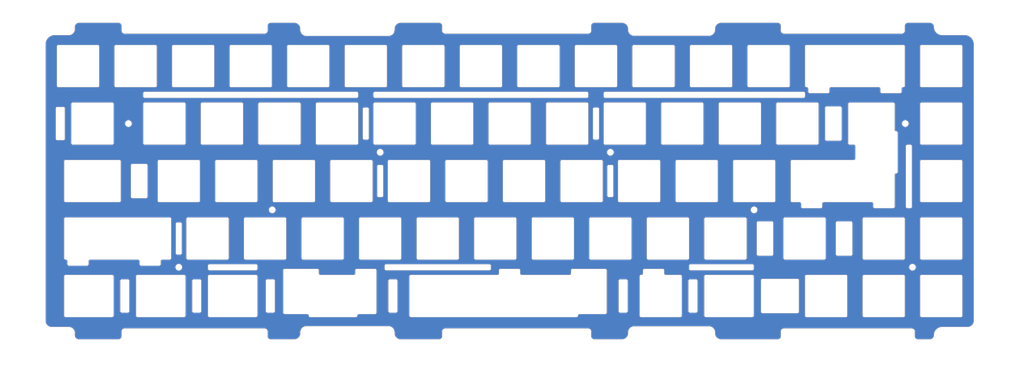
<source format=kicad_pcb>
(kicad_pcb (version 20171130) (host pcbnew "(5.1.10)-1")
  (layers (0 F.Cu signal) (31 B.Cu signal) (34 B.Paste user) (35 F.Paste user) (36 B.SilkS user) (37 F.SilkS user) (38 B.Mask user) (39 F.Mask user) (44 Edge.Cuts user))
  (net 0 "")
  (gr_curve (pts (xy 168.18699 192.608143) (xy 168.18699 192.884285) (xy 167.963132 193.108143) (xy 167.68699 193.108143)) (layer Edge.Cuts) (width 0))
  (gr_curve (pts (xy 168.18699 182.573471) (xy 168.18699 182.573471) (xy 168.18699 192.608143) (xy 168.18699 192.608143)) (layer Edge.Cuts) (width 0))
  (gr_curve (pts (xy 167.68699 182.073471) (xy 167.963132 182.073471) (xy 168.18699 182.297329) (xy 168.18699 182.573471)) (layer Edge.Cuts) (width 0))
  (gr_curve (pts (xy 165.68699 182.073471) (xy 165.68699 182.073471) (xy 167.68699 182.073471) (xy 167.68699 182.073471)) (layer Edge.Cuts) (width 0))
  (gr_curve (pts (xy 165.18699 182.573471) (xy 165.18699 182.297329) (xy 165.410848 182.073471) (xy 165.68699 182.073471)) (layer Edge.Cuts) (width 0))
  (gr_curve (pts (xy 165.18699 192.608143) (xy 165.18699 192.608143) (xy 165.18699 182.573471) (xy 165.18699 182.573471)) (layer Edge.Cuts) (width 0))
  (gr_curve (pts (xy 165.68699 193.108143) (xy 165.410848 193.108143) (xy 165.18699 192.884285) (xy 165.18699 192.608143)) (layer Edge.Cuts) (width 0))
  (gr_curve (pts (xy 167.68699 193.108143) (xy 167.68699 193.108143) (xy 165.68699 193.108143) (xy 165.68699 193.108143)) (layer Edge.Cuts) (width 0))
  (gr_curve (pts (xy -41.244262 135.458143) (xy -41.244262 135.734285) (xy -41.46812 135.958143) (xy -41.744262 135.958143)) (layer Edge.Cuts) (width 0))
  (gr_curve (pts (xy -41.244262 125.423471) (xy -41.244262 125.423471) (xy -41.244262 135.458143) (xy -41.244262 135.458143)) (layer Edge.Cuts) (width 0))
  (gr_curve (pts (xy -41.744262 124.923471) (xy -41.46812 124.923471) (xy -41.244262 125.147329) (xy -41.244262 125.423471)) (layer Edge.Cuts) (width 0))
  (gr_curve (pts (xy -43.744262 124.923471) (xy -43.744262 124.923471) (xy -41.744262 124.923471) (xy -41.744262 124.923471)) (layer Edge.Cuts) (width 0))
  (gr_curve (pts (xy -44.244262 125.423471) (xy -44.244262 125.147329) (xy -44.020405 124.923471) (xy -43.744262 124.923471)) (layer Edge.Cuts) (width 0))
  (gr_curve (pts (xy -44.244262 135.458143) (xy -44.244262 135.458143) (xy -44.244262 125.423471) (xy -44.244262 125.423471)) (layer Edge.Cuts) (width 0))
  (gr_curve (pts (xy -43.744262 135.958143) (xy -44.020405 135.958143) (xy -44.244262 135.734285) (xy -44.244262 135.458143)) (layer Edge.Cuts) (width 0))
  (gr_curve (pts (xy -41.744262 135.958143) (xy -41.744262 135.958143) (xy -43.744262 135.958143) (xy -43.744262 135.958143)) (layer Edge.Cuts) (width 0))
  (gr_curve (pts (xy 145.068531 192.608143) (xy 145.068531 192.884285) (xy 144.844673 193.108143) (xy 144.568531 193.108143)) (layer Edge.Cuts) (width 0))
  (gr_curve (pts (xy 145.068531 182.573471) (xy 145.068531 182.573471) (xy 145.068531 192.608143) (xy 145.068531 192.608143)) (layer Edge.Cuts) (width 0))
  (gr_curve (pts (xy 144.568531 182.073471) (xy 144.844673 182.073471) (xy 145.068531 182.297329) (xy 145.068531 182.573471)) (layer Edge.Cuts) (width 0))
  (gr_curve (pts (xy 142.568531 182.073471) (xy 142.568531 182.073471) (xy 144.568531 182.073471) (xy 144.568531 182.073471)) (layer Edge.Cuts) (width 0))
  (gr_curve (pts (xy 142.068531 182.573471) (xy 142.068531 182.297329) (xy 142.292389 182.073471) (xy 142.568531 182.073471)) (layer Edge.Cuts) (width 0))
  (gr_curve (pts (xy 142.068531 192.608143) (xy 142.068531 192.608143) (xy 142.068531 182.573471) (xy 142.068531 182.573471)) (layer Edge.Cuts) (width 0))
  (gr_curve (pts (xy 142.568531 193.108143) (xy 142.292389 193.108143) (xy 142.068531 192.884285) (xy 142.068531 192.608143)) (layer Edge.Cuts) (width 0))
  (gr_curve (pts (xy 144.568531 193.108143) (xy 144.568531 193.108143) (xy 142.568531 193.108143) (xy 142.568531 193.108143)) (layer Edge.Cuts) (width 0))
  (gr_curve (pts (xy 68.868499 192.608143) (xy 68.868499 192.884285) (xy 68.644641 193.108143) (xy 68.368499 193.108143)) (layer Edge.Cuts) (width 0))
  (gr_curve (pts (xy 68.868499 182.573471) (xy 68.868499 182.573471) (xy 68.868499 192.608143) (xy 68.868499 192.608143)) (layer Edge.Cuts) (width 0))
  (gr_curve (pts (xy 68.368499 182.073471) (xy 68.644641 182.073471) (xy 68.868499 182.297329) (xy 68.868499 182.573471)) (layer Edge.Cuts) (width 0))
  (gr_curve (pts (xy 66.368499 182.073471) (xy 66.368499 182.073471) (xy 68.368499 182.073471) (xy 68.368499 182.073471)) (layer Edge.Cuts) (width 0))
  (gr_curve (pts (xy 65.868499 182.573471) (xy 65.868499 182.297329) (xy 66.092356 182.073471) (xy 66.368499 182.073471)) (layer Edge.Cuts) (width 0))
  (gr_curve (pts (xy 65.868499 192.608143) (xy 65.868499 192.608143) (xy 65.868499 182.573471) (xy 65.868499 182.573471)) (layer Edge.Cuts) (width 0))
  (gr_curve (pts (xy 66.368499 193.108143) (xy 66.092356 193.108143) (xy 65.868499 192.884285) (xy 65.868499 192.608143)) (layer Edge.Cuts) (width 0))
  (gr_curve (pts (xy 68.368499 193.108143) (xy 68.368499 193.108143) (xy 66.368499 193.108143) (xy 66.368499 193.108143)) (layer Edge.Cuts) (width 0))
  (gr_curve (pts (xy 28.283601 192.608143) (xy 28.283601 192.884285) (xy 28.059744 193.108143) (xy 27.783601 193.108143)) (layer Edge.Cuts) (width 0))
  (gr_curve (pts (xy 28.283601 182.573471) (xy 28.283601 182.573471) (xy 28.283601 192.608143) (xy 28.283601 192.608143)) (layer Edge.Cuts) (width 0))
  (gr_curve (pts (xy 27.783601 182.073471) (xy 28.059744 182.073471) (xy 28.283601 182.297329) (xy 28.283601 182.573471)) (layer Edge.Cuts) (width 0))
  (gr_curve (pts (xy 25.783601 182.073471) (xy 25.783601 182.073471) (xy 27.783601 182.073471) (xy 27.783601 182.073471)) (layer Edge.Cuts) (width 0))
  (gr_curve (pts (xy 25.283601 182.573471) (xy 25.283601 182.297329) (xy 25.507459 182.073471) (xy 25.783601 182.073471)) (layer Edge.Cuts) (width 0))
  (gr_curve (pts (xy 25.283601 192.608143) (xy 25.283601 192.608143) (xy 25.283601 182.573471) (xy 25.283601 182.573471)) (layer Edge.Cuts) (width 0))
  (gr_curve (pts (xy 25.783601 193.108143) (xy 25.507459 193.108143) (xy 25.283601 192.884285) (xy 25.283601 192.608143)) (layer Edge.Cuts) (width 0))
  (gr_curve (pts (xy 27.783601 193.108143) (xy 27.783601 193.108143) (xy 25.783601 193.108143) (xy 25.783601 193.108143)) (layer Edge.Cuts) (width 0))
  (gr_curve (pts (xy 3.927615 192.608143) (xy 3.927615 192.884285) (xy 3.703757 193.108143) (xy 3.427615 193.108143)) (layer Edge.Cuts) (width 0))
  (gr_curve (pts (xy 3.927615 182.573471) (xy 3.927615 182.573471) (xy 3.927615 192.608143) (xy 3.927615 192.608143)) (layer Edge.Cuts) (width 0))
  (gr_curve (pts (xy 3.427615 182.073471) (xy 3.703757 182.073471) (xy 3.927615 182.297329) (xy 3.927615 182.573471)) (layer Edge.Cuts) (width 0))
  (gr_curve (pts (xy 1.427615 182.073471) (xy 1.427615 182.073471) (xy 3.427615 182.073471) (xy 3.427615 182.073471)) (layer Edge.Cuts) (width 0))
  (gr_curve (pts (xy 0.927615 182.573471) (xy 0.927615 182.297329) (xy 1.151473 182.073471) (xy 1.427615 182.073471)) (layer Edge.Cuts) (width 0))
  (gr_curve (pts (xy 0.927615 192.608143) (xy 0.927615 192.608143) (xy 0.927615 182.573471) (xy 0.927615 182.573471)) (layer Edge.Cuts) (width 0))
  (gr_curve (pts (xy 1.427615 193.108143) (xy 1.151473 193.108143) (xy 0.927615 192.884285) (xy 0.927615 192.608143)) (layer Edge.Cuts) (width 0))
  (gr_curve (pts (xy 3.427615 193.108143) (xy 3.427615 193.108143) (xy 1.427615 193.108143) (xy 1.427615 193.108143)) (layer Edge.Cuts) (width 0))
  (gr_curve (pts (xy -19.884884 192.608143) (xy -19.884884 192.884285) (xy -20.108742 193.108143) (xy -20.384884 193.108143)) (layer Edge.Cuts) (width 0))
  (gr_curve (pts (xy -19.884884 182.573471) (xy -19.884884 182.573471) (xy -19.884884 192.608143) (xy -19.884884 192.608143)) (layer Edge.Cuts) (width 0))
  (gr_curve (pts (xy -20.384884 182.073471) (xy -20.108742 182.073471) (xy -19.884884 182.297329) (xy -19.884884 182.573471)) (layer Edge.Cuts) (width 0))
  (gr_curve (pts (xy -22.384884 182.073471) (xy -22.384884 182.073471) (xy -20.384884 182.073471) (xy -20.384884 182.073471)) (layer Edge.Cuts) (width 0))
  (gr_curve (pts (xy -22.884884 182.573471) (xy -22.884884 182.297329) (xy -22.661026 182.073471) (xy -22.384884 182.073471)) (layer Edge.Cuts) (width 0))
  (gr_curve (pts (xy -22.884884 192.608143) (xy -22.884884 192.608143) (xy -22.884884 182.573471) (xy -22.884884 182.573471)) (layer Edge.Cuts) (width 0))
  (gr_curve (pts (xy -22.384884 193.108143) (xy -22.661026 193.108143) (xy -22.884884 192.884285) (xy -22.884884 192.608143)) (layer Edge.Cuts) (width 0))
  (gr_curve (pts (xy -20.384884 193.108143) (xy -20.384884 193.108143) (xy -22.384884 193.108143) (xy -22.384884 193.108143)) (layer Edge.Cuts) (width 0))
  (gr_curve (pts (xy 61.918756 179.0908) (xy 61.918756 178.814663) (xy 61.694903 178.590809) (xy 61.418766 178.590809)) (layer Edge.Cuts) (width 0))
  (gr_curve (pts (xy 61.918756 193.090829) (xy 61.918756 193.090829) (xy 61.918756 179.0908) (xy 61.918756 179.0908)) (layer Edge.Cuts) (width 0))
  (gr_curve (pts (xy 61.418766 193.59082) (xy 61.694903 193.59082) (xy 61.918756 193.366966) (xy 61.918756 193.090829)) (layer Edge.Cuts) (width 0))
  (gr_curve (pts (xy 56.099365 193.59082) (xy 56.099365 193.59082) (xy 61.418766 193.59082) (xy 61.418766 193.59082)) (layer Edge.Cuts) (width 0))
  (gr_curve (pts (xy 55.599374 194.09081) (xy 55.599374 193.814673) (xy 55.823228 193.59082) (xy 56.099365 193.59082)) (layer Edge.Cuts) (width 0))
  (gr_curve (pts (xy 55.599374 194.090811) (xy 55.599374 194.090811) (xy 55.599374 194.09081) (xy 55.599374 194.09081)) (layer Edge.Cuts) (width 0))
  (gr_curve (pts (xy 55.099384 194.590802) (xy 55.375521 194.590802) (xy 55.599374 194.366948) (xy 55.599374 194.090811)) (layer Edge.Cuts) (width 0))
  (gr_curve (pts (xy 39.980732 194.590802) (xy 39.980732 194.590802) (xy 55.099384 194.590802) (xy 55.099384 194.590802)) (layer Edge.Cuts) (width 0))
  (gr_curve (pts (xy 39.480742 194.090811) (xy 39.480742 194.366948) (xy 39.704595 194.590802) (xy 39.980732 194.590802)) (layer Edge.Cuts) (width 0))
  (gr_curve (pts (xy 39.480742 194.09081) (xy 39.480742 194.09081) (xy 39.480742 194.090811) (xy 39.480742 194.090811)) (layer Edge.Cuts) (width 0))
  (gr_curve (pts (xy 38.980751 193.59082) (xy 39.256888 193.59082) (xy 39.480742 193.814673) (xy 39.480742 194.09081)) (layer Edge.Cuts) (width 0))
  (gr_curve (pts (xy 31.542703 193.59082) (xy 31.542703 193.59082) (xy 38.980751 193.59082) (xy 38.980751 193.59082)) (layer Edge.Cuts) (width 0))
  (gr_curve (pts (xy 31.042712 193.090829) (xy 31.042712 193.366966) (xy 31.266566 193.59082) (xy 31.542703 193.59082)) (layer Edge.Cuts) (width 0))
  (gr_curve (pts (xy 31.042712 179.0908) (xy 31.042712 179.0908) (xy 31.042712 193.090829) (xy 31.042712 193.090829)) (layer Edge.Cuts) (width 0))
  (gr_curve (pts (xy 31.542703 178.590809) (xy 31.266566 178.590809) (xy 31.042712 178.814663) (xy 31.042712 179.0908)) (layer Edge.Cuts) (width 0))
  (gr_curve (pts (xy 42.337006 178.590809) (xy 42.337006 178.590809) (xy 31.542703 178.590809) (xy 31.542703 178.590809)) (layer Edge.Cuts) (width 0))
  (gr_curve (pts (xy 42.836997 179.0908) (xy 42.836997 178.814663) (xy 42.613143 178.590809) (xy 42.337006 178.590809)) (layer Edge.Cuts) (width 0))
  (gr_curve (pts (xy 42.836997 180.090804) (xy 42.836997 180.090804) (xy 42.836997 179.0908) (xy 42.836997 179.0908)) (layer Edge.Cuts) (width 0))
  (gr_curve (pts (xy 43.336987 180.590795) (xy 43.06085 180.590795) (xy 42.836997 180.366941) (xy 42.836997 180.090804)) (layer Edge.Cuts) (width 0))
  (gr_curve (pts (xy 54.418762 180.590795) (xy 54.418762 180.590795) (xy 43.336987 180.590795) (xy 43.336987 180.590795)) (layer Edge.Cuts) (width 0))
  (gr_curve (pts (xy 54.918753 180.090804) (xy 54.918753 180.366941) (xy 54.694899 180.590795) (xy 54.418762 180.590795)) (layer Edge.Cuts) (width 0))
  (gr_curve (pts (xy 54.918753 179.0908) (xy 54.918753 179.0908) (xy 54.918753 180.090804) (xy 54.918753 180.090804)) (layer Edge.Cuts) (width 0))
  (gr_curve (pts (xy 55.418743 178.590809) (xy 55.142606 178.590809) (xy 54.918753 178.814663) (xy 54.918753 179.0908)) (layer Edge.Cuts) (width 0))
  (gr_curve (pts (xy 61.418766 178.590809) (xy 61.418766 178.590809) (xy 55.418743 178.590809) (xy 55.418743 178.590809)) (layer Edge.Cuts) (width 0))
  (gr_curve (pts (xy 138.118778 179.090809) (xy 138.118778 178.814667) (xy 137.89492 178.590809) (xy 137.618778 178.590809)) (layer Edge.Cuts) (width 0))
  (gr_curve (pts (xy 138.118778 193.09082) (xy 138.118778 193.09082) (xy 138.118778 179.090809) (xy 138.118778 179.090809)) (layer Edge.Cuts) (width 0))
  (gr_curve (pts (xy 137.618778 193.59082) (xy 137.89492 193.59082) (xy 138.118778 193.366962) (xy 138.118778 193.09082)) (layer Edge.Cuts) (width 0))
  (gr_curve (pts (xy 129.124343 193.59082) (xy 129.124343 193.59082) (xy 137.618778 193.59082) (xy 137.618778 193.59082)) (layer Edge.Cuts) (width 0))
  (gr_curve (pts (xy 128.624374 194.090788) (xy 128.624374 193.814663) (xy 128.848218 193.59082) (xy 129.124343 193.59082)) (layer Edge.Cuts) (width 0))
  (gr_curve (pts (xy 128.624374 194.090789) (xy 128.624374 194.090789) (xy 128.624374 194.090788) (xy 128.624374 194.090788)) (layer Edge.Cuts) (width 0))
  (gr_curve (pts (xy 128.124362 194.590802) (xy 128.400511 194.590802) (xy 128.624374 194.366938) (xy 128.624374 194.090789)) (layer Edge.Cuts) (width 0))
  (gr_curve (pts (xy 102.986986 194.590802) (xy 102.986986 194.590802) (xy 128.124362 194.590802) (xy 128.124362 194.590802)) (layer Edge.Cuts) (width 0))
  (gr_curve (pts (xy 100.960947 194.590802) (xy 100.960947 194.590802) (xy 102.986986 194.590802) (xy 102.986986 194.590802)) (layer Edge.Cuts) (width 0))
  (gr_curve (pts (xy 73.318254 194.590802) (xy 73.318254 194.590802) (xy 100.960947 194.590802) (xy 100.960947 194.590802)) (layer Edge.Cuts) (width 0))
  (gr_curve (pts (xy 72.818242 194.090789) (xy 72.818242 194.366938) (xy 73.042105 194.590802) (xy 73.318254 194.590802)) (layer Edge.Cuts) (width 0))
  (gr_curve (pts (xy 72.818242 181.090807) (xy 72.818242 181.090807) (xy 72.818242 194.090789) (xy 72.818242 194.090789)) (layer Edge.Cuts) (width 0))
  (gr_curve (pts (xy 73.318254 180.590795) (xy 73.042105 180.590795) (xy 72.818242 180.814658) (xy 72.818242 181.090807)) (layer Edge.Cuts) (width 0))
  (gr_curve (pts (xy 101.980255 180.590795) (xy 101.980255 180.590795) (xy 73.318254 180.590795) (xy 73.318254 180.590795)) (layer Edge.Cuts) (width 0))
  (gr_curve (pts (xy 102.480255 180.090795) (xy 102.480255 180.366937) (xy 102.256398 180.590795) (xy 101.980255 180.590795)) (layer Edge.Cuts) (width 0))
  (gr_curve (pts (xy 102.480255 179.090809) (xy 102.480255 179.090809) (xy 102.480255 180.090795) (xy 102.480255 180.090795)) (layer Edge.Cuts) (width 0))
  (gr_curve (pts (xy 102.980255 178.590809) (xy 102.704113 178.590809) (xy 102.480255 178.814667) (xy 102.480255 179.090809)) (layer Edge.Cuts) (width 0))
  (gr_curve (pts (xy 108.980237 178.590809) (xy 108.980237 178.590809) (xy 102.980255 178.590809) (xy 102.980255 178.590809)) (layer Edge.Cuts) (width 0))
  (gr_curve (pts (xy 109.480237 179.090809) (xy 109.480237 178.814667) (xy 109.25638 178.590809) (xy 108.980237 178.590809)) (layer Edge.Cuts) (width 0))
  (gr_curve (pts (xy 109.480237 180.090795) (xy 109.480237 180.090795) (xy 109.480237 179.090809) (xy 109.480237 179.090809)) (layer Edge.Cuts) (width 0))
  (gr_curve (pts (xy 109.980237 180.590795) (xy 109.704095 180.590795) (xy 109.480237 180.366937) (xy 109.480237 180.090795)) (layer Edge.Cuts) (width 0))
  (gr_curve (pts (xy 125.824493 180.590795) (xy 125.824493 180.590795) (xy 109.980237 180.590795) (xy 109.980237 180.590795)) (layer Edge.Cuts) (width 0))
  (gr_curve (pts (xy 126.324493 180.090795) (xy 126.324493 180.366937) (xy 126.100636 180.590795) (xy 125.824493 180.590795)) (layer Edge.Cuts) (width 0))
  (gr_curve (pts (xy 126.324493 179.090809) (xy 126.324493 179.090809) (xy 126.324493 180.090795) (xy 126.324493 180.090795)) (layer Edge.Cuts) (width 0))
  (gr_curve (pts (xy 126.824493 178.590809) (xy 126.548351 178.590809) (xy 126.324493 178.814667) (xy 126.324493 179.090809)) (layer Edge.Cuts) (width 0))
  (gr_curve (pts (xy 137.618778 178.590809) (xy 137.618778 178.590809) (xy 126.824493 178.590809) (xy 126.824493 178.590809)) (layer Edge.Cuts) (width 0))
  (gr_curve (pts (xy 157.656031 180.590795) (xy 157.379888 180.590795) (xy 157.156031 180.366937) (xy 157.156031 180.090795)) (layer Edge.Cuts) (width 0))
  (gr_curve (pts (xy 162.518291 180.590795) (xy 162.518291 180.590795) (xy 157.656031 180.590795) (xy 157.656031 180.590795)) (layer Edge.Cuts) (width 0))
  (gr_curve (pts (xy 163.018291 181.090795) (xy 163.018291 180.814652) (xy 162.794434 180.590795) (xy 162.518291 180.590795)) (layer Edge.Cuts) (width 0))
  (gr_curve (pts (xy 163.018291 194.090802) (xy 163.018291 194.090802) (xy 163.018291 181.090795) (xy 163.018291 181.090795)) (layer Edge.Cuts) (width 0))
  (gr_curve (pts (xy 162.518291 194.590802) (xy 162.794434 194.590802) (xy 163.018291 194.366944) (xy 163.018291 194.090802)) (layer Edge.Cuts) (width 0))
  (gr_curve (pts (xy 149.518285 194.590802) (xy 149.518285 194.590802) (xy 162.518291 194.590802) (xy 162.518291 194.590802)) (layer Edge.Cuts) (width 0))
  (gr_curve (pts (xy 149.018285 194.090802) (xy 149.018285 194.366944) (xy 149.242142 194.590802) (xy 149.518285 194.590802)) (layer Edge.Cuts) (width 0))
  (gr_curve (pts (xy 149.018285 181.090795) (xy 149.018285 181.090795) (xy 149.018285 194.090802) (xy 149.018285 194.090802)) (layer Edge.Cuts) (width 0))
  (gr_curve (pts (xy 149.518285 180.590795) (xy 149.242142 180.590795) (xy 149.018285 180.814652) (xy 149.018285 181.090795)) (layer Edge.Cuts) (width 0))
  (gr_curve (pts (xy 149.656027 180.590795) (xy 149.656027 180.590795) (xy 149.518285 180.590795) (xy 149.518285 180.590795)) (layer Edge.Cuts) (width 0))
  (gr_curve (pts (xy 150.156027 180.090795) (xy 150.156027 180.366937) (xy 149.93217 180.590795) (xy 149.656027 180.590795)) (layer Edge.Cuts) (width 0))
  (gr_curve (pts (xy 150.156027 179.090809) (xy 150.156027 179.090809) (xy 150.156027 180.090795) (xy 150.156027 180.090795)) (layer Edge.Cuts) (width 0))
  (gr_curve (pts (xy 150.656027 178.590809) (xy 150.379885 178.590809) (xy 150.156027 178.814667) (xy 150.156027 179.090809)) (layer Edge.Cuts) (width 0))
  (gr_curve (pts (xy 156.656031 178.590809) (xy 156.656031 178.590809) (xy 150.656027 178.590809) (xy 150.656027 178.590809)) (layer Edge.Cuts) (width 0))
  (gr_curve (pts (xy 157.156031 179.090809) (xy 157.156031 178.814667) (xy 156.932173 178.590809) (xy 156.656031 178.590809)) (layer Edge.Cuts) (width 0))
  (gr_curve (pts (xy 157.156031 180.090795) (xy 157.156031 180.090795) (xy 157.156031 179.090809) (xy 157.156031 179.090809)) (layer Edge.Cuts) (width 0))
  (gr_curve (pts (xy 135.58699 135.281754) (xy 135.58699 135.557896) (xy 135.363132 135.781754) (xy 135.08699 135.781754)) (layer Edge.Cuts) (width 0))
  (gr_curve (pts (xy 135.58699 125.59986) (xy 135.58699 125.59986) (xy 135.58699 135.281754) (xy 135.58699 135.281754)) (layer Edge.Cuts) (width 0))
  (gr_curve (pts (xy 135.08699 125.09986) (xy 135.363132 125.09986) (xy 135.58699 125.323718) (xy 135.58699 125.59986)) (layer Edge.Cuts) (width 0))
  (gr_curve (pts (xy 134.08699 125.09986) (xy 134.08699 125.09986) (xy 135.08699 125.09986) (xy 135.08699 125.09986)) (layer Edge.Cuts) (width 0))
  (gr_curve (pts (xy 133.58699 125.59986) (xy 133.58699 125.323718) (xy 133.810848 125.09986) (xy 134.08699 125.09986)) (layer Edge.Cuts) (width 0))
  (gr_curve (pts (xy 133.58699 135.281754) (xy 133.58699 135.281754) (xy 133.58699 125.59986) (xy 133.58699 125.59986)) (layer Edge.Cuts) (width 0))
  (gr_curve (pts (xy 134.08699 135.781754) (xy 133.810848 135.781754) (xy 133.58699 135.557896) (xy 133.58699 135.281754)) (layer Edge.Cuts) (width 0))
  (gr_curve (pts (xy 135.08699 135.781754) (xy 135.08699 135.781754) (xy 134.08699 135.781754) (xy 134.08699 135.781754)) (layer Edge.Cuts) (width 0))
  (gr_curve (pts (xy 59.38699 135.281754) (xy 59.38699 135.557896) (xy 59.163132 135.781754) (xy 58.88699 135.781754)) (layer Edge.Cuts) (width 0))
  (gr_curve (pts (xy 59.38699 125.59986) (xy 59.38699 125.59986) (xy 59.38699 135.281754) (xy 59.38699 135.281754)) (layer Edge.Cuts) (width 0))
  (gr_curve (pts (xy 58.88699 125.09986) (xy 59.163132 125.09986) (xy 59.38699 125.323718) (xy 59.38699 125.59986)) (layer Edge.Cuts) (width 0))
  (gr_curve (pts (xy 57.88699 125.09986) (xy 57.88699 125.09986) (xy 58.88699 125.09986) (xy 58.88699 125.09986)) (layer Edge.Cuts) (width 0))
  (gr_curve (pts (xy 57.38699 125.59986) (xy 57.38699 125.323718) (xy 57.610848 125.09986) (xy 57.88699 125.09986)) (layer Edge.Cuts) (width 0))
  (gr_curve (pts (xy 57.38699 135.281754) (xy 57.38699 135.281754) (xy 57.38699 125.59986) (xy 57.38699 125.59986)) (layer Edge.Cuts) (width 0))
  (gr_curve (pts (xy 57.88699 135.781754) (xy 57.610848 135.781754) (xy 57.38699 135.557896) (xy 57.38699 135.281754)) (layer Edge.Cuts) (width 0))
  (gr_curve (pts (xy 58.88699 135.781754) (xy 58.88699 135.781754) (xy 57.88699 135.781754) (xy 57.88699 135.781754)) (layer Edge.Cuts) (width 0))
  (gr_curve (pts (xy 140.34949 154.331754) (xy 140.34949 154.607896) (xy 140.125632 154.831754) (xy 139.84949 154.831754)) (layer Edge.Cuts) (width 0))
  (gr_curve (pts (xy 140.34949 144.64986) (xy 140.34949 144.64986) (xy 140.34949 154.331754) (xy 140.34949 154.331754)) (layer Edge.Cuts) (width 0))
  (gr_curve (pts (xy 139.84949 144.14986) (xy 140.125632 144.14986) (xy 140.34949 144.373718) (xy 140.34949 144.64986)) (layer Edge.Cuts) (width 0))
  (gr_curve (pts (xy 138.84949 144.14986) (xy 138.84949 144.14986) (xy 139.84949 144.14986) (xy 139.84949 144.14986)) (layer Edge.Cuts) (width 0))
  (gr_curve (pts (xy 138.34949 144.64986) (xy 138.34949 144.373718) (xy 138.573348 144.14986) (xy 138.84949 144.14986)) (layer Edge.Cuts) (width 0))
  (gr_curve (pts (xy 138.34949 154.331754) (xy 138.34949 154.331754) (xy 138.34949 144.64986) (xy 138.34949 144.64986)) (layer Edge.Cuts) (width 0))
  (gr_curve (pts (xy 138.84949 154.831754) (xy 138.573348 154.831754) (xy 138.34949 154.607896) (xy 138.34949 154.331754)) (layer Edge.Cuts) (width 0))
  (gr_curve (pts (xy 139.84949 154.831754) (xy 139.84949 154.831754) (xy 138.84949 154.831754) (xy 138.84949 154.831754)) (layer Edge.Cuts) (width 0))
  (gr_curve (pts (xy 64.14949 154.331754) (xy 64.14949 154.607896) (xy 63.925632 154.831754) (xy 63.64949 154.831754)) (layer Edge.Cuts) (width 0))
  (gr_curve (pts (xy 64.14949 144.64986) (xy 64.14949 144.64986) (xy 64.14949 154.331754) (xy 64.14949 154.331754)) (layer Edge.Cuts) (width 0))
  (gr_curve (pts (xy 63.64949 144.14986) (xy 63.925632 144.14986) (xy 64.14949 144.373718) (xy 64.14949 144.64986)) (layer Edge.Cuts) (width 0))
  (gr_curve (pts (xy 62.64949 144.14986) (xy 62.64949 144.14986) (xy 63.64949 144.14986) (xy 63.64949 144.14986)) (layer Edge.Cuts) (width 0))
  (gr_curve (pts (xy 62.14949 144.64986) (xy 62.14949 144.373718) (xy 62.373348 144.14986) (xy 62.64949 144.14986)) (layer Edge.Cuts) (width 0))
  (gr_curve (pts (xy 62.14949 154.331754) (xy 62.14949 154.331754) (xy 62.14949 144.64986) (xy 62.14949 144.64986)) (layer Edge.Cuts) (width 0))
  (gr_curve (pts (xy 62.64949 154.831754) (xy 62.373348 154.831754) (xy 62.14949 154.607896) (xy 62.14949 154.331754)) (layer Edge.Cuts) (width 0))
  (gr_curve (pts (xy 63.64949 154.831754) (xy 63.64949 154.831754) (xy 62.64949 154.831754) (xy 62.64949 154.831754)) (layer Edge.Cuts) (width 0))
  (gr_curve (pts (xy -2.52551 173.381753) (xy -2.52551 173.657895) (xy -2.749367 173.881753) (xy -3.02551 173.881753)) (layer Edge.Cuts) (width 0))
  (gr_curve (pts (xy -2.525509 163.699859) (xy -2.525509 163.699859) (xy -2.52551 173.381753) (xy -2.52551 173.381753)) (layer Edge.Cuts) (width 0))
  (gr_curve (pts (xy -3.025509 163.199859) (xy -2.749367 163.199859) (xy -2.525509 163.423717) (xy -2.525509 163.699859)) (layer Edge.Cuts) (width 0))
  (gr_curve (pts (xy -4.025509 163.199859) (xy -4.025509 163.199859) (xy -3.025509 163.199859) (xy -3.025509 163.199859)) (layer Edge.Cuts) (width 0))
  (gr_curve (pts (xy -4.525509 163.699859) (xy -4.525509 163.423717) (xy -4.301652 163.199859) (xy -4.025509 163.199859)) (layer Edge.Cuts) (width 0))
  (gr_curve (pts (xy -4.525509 173.381753) (xy -4.525509 173.381753) (xy -4.525509 163.699859) (xy -4.525509 163.699859)) (layer Edge.Cuts) (width 0))
  (gr_curve (pts (xy -4.025509 173.881753) (xy -4.301652 173.881753) (xy -4.525509 173.657895) (xy -4.525509 173.381753)) (layer Edge.Cuts) (width 0))
  (gr_curve (pts (xy -3.02551 173.881753) (xy -3.02551 173.881753) (xy -4.025509 173.881753) (xy -4.025509 173.881753)) (layer Edge.Cuts) (width 0))
  (gr_curve (pts (xy 201.767014 192.784532) (xy 201.767014 193.060674) (xy 201.543156 193.284532) (xy 201.267014 193.284532)) (layer Edge.Cuts) (width 0))
  (gr_curve (pts (xy 201.767014 182.397083) (xy 201.767014 182.397083) (xy 201.767014 192.784532) (xy 201.767014 192.784532)) (layer Edge.Cuts) (width 0))
  (gr_curve (pts (xy 201.267014 181.897083) (xy 201.543157 181.897083) (xy 201.767014 182.12094) (xy 201.767014 182.397083)) (layer Edge.Cuts) (width 0))
  (gr_curve (pts (xy 189.71199 181.897083) (xy 189.71199 181.897083) (xy 201.267014 181.897083) (xy 201.267014 181.897083)) (layer Edge.Cuts) (width 0))
  (gr_curve (pts (xy 189.21199 182.397083) (xy 189.21199 182.12094) (xy 189.435848 181.897083) (xy 189.71199 181.897083)) (layer Edge.Cuts) (width 0))
  (gr_curve (pts (xy 189.21199 192.784532) (xy 189.21199 192.784532) (xy 189.21199 182.397083) (xy 189.21199 182.397083)) (layer Edge.Cuts) (width 0))
  (gr_curve (pts (xy 189.71199 193.284532) (xy 189.435848 193.284532) (xy 189.21199 193.060674) (xy 189.21199 192.784532)) (layer Edge.Cuts) (width 0))
  (gr_curve (pts (xy 201.267014 193.284532) (xy 201.267014 193.284532) (xy 189.71199 193.284532) (xy 189.71199 193.284532)) (layer Edge.Cuts) (width 0))
  (gr_curve (pts (xy 193.288889 173.734532) (xy 193.288889 174.010674) (xy 193.065031 174.234532) (xy 192.788889 174.234532)) (layer Edge.Cuts) (width 0))
  (gr_curve (pts (xy 193.288889 163.347082) (xy 193.288889 163.347082) (xy 193.288889 173.734532) (xy 193.288889 173.734532)) (layer Edge.Cuts) (width 0))
  (gr_curve (pts (xy 192.788889 162.847082) (xy 193.065031 162.847082) (xy 193.288889 163.07094) (xy 193.288889 163.347082)) (layer Edge.Cuts) (width 0))
  (gr_curve (pts (xy 188.303841 162.847082) (xy 188.303841 162.847082) (xy 192.788889 162.847082) (xy 192.788889 162.847082)) (layer Edge.Cuts) (width 0))
  (gr_curve (pts (xy 187.803841 163.347082) (xy 187.803841 163.07094) (xy 188.027699 162.847082) (xy 188.303841 162.847082)) (layer Edge.Cuts) (width 0))
  (gr_curve (pts (xy 187.803841 173.734532) (xy 187.803841 173.734532) (xy 187.803841 163.347082) (xy 187.803841 163.347082)) (layer Edge.Cuts) (width 0))
  (gr_curve (pts (xy 188.303841 174.234532) (xy 188.027699 174.234532) (xy 187.803841 174.010674) (xy 187.803841 173.734532)) (layer Edge.Cuts) (width 0))
  (gr_curve (pts (xy 192.788889 174.234532) (xy 192.788889 174.234532) (xy 188.303841 174.234532) (xy 188.303841 174.234532)) (layer Edge.Cuts) (width 0))
  (gr_curve (pts (xy 219.482639 173.734532) (xy 219.482639 174.010674) (xy 219.258781 174.234532) (xy 218.982639 174.234532)) (layer Edge.Cuts) (width 0))
  (gr_curve (pts (xy 219.482639 163.347082) (xy 219.482639 163.347082) (xy 219.482639 173.734532) (xy 219.482639 173.734532)) (layer Edge.Cuts) (width 0))
  (gr_curve (pts (xy 218.982639 162.847082) (xy 219.258781 162.847082) (xy 219.482639 163.07094) (xy 219.482639 163.347082)) (layer Edge.Cuts) (width 0))
  (gr_curve (pts (xy 214.497591 162.847082) (xy 214.497591 162.847082) (xy 218.982639 162.847082) (xy 218.982639 162.847082)) (layer Edge.Cuts) (width 0))
  (gr_curve (pts (xy 213.997591 163.347082) (xy 213.997591 163.07094) (xy 214.221449 162.847082) (xy 214.497591 162.847082)) (layer Edge.Cuts) (width 0))
  (gr_curve (pts (xy 213.997591 173.734532) (xy 213.997591 173.734532) (xy 213.997591 163.347082) (xy 213.997591 163.347082)) (layer Edge.Cuts) (width 0))
  (gr_curve (pts (xy 214.497591 174.234532) (xy 214.221449 174.234532) (xy 213.997591 174.010674) (xy 213.997591 173.734532)) (layer Edge.Cuts) (width 0))
  (gr_curve (pts (xy 218.982639 174.234532) (xy 218.982639 174.234532) (xy 214.497591 174.234532) (xy 214.497591 174.234532)) (layer Edge.Cuts) (width 0))
  (gr_curve (pts (xy 215.910764 135.634532) (xy 215.910764 135.910675) (xy 215.686906 136.134532) (xy 215.410764 136.134532)) (layer Edge.Cuts) (width 0))
  (gr_curve (pts (xy 215.910764 125.247083) (xy 215.910764 125.247083) (xy 215.910764 135.634532) (xy 215.910764 135.634532)) (layer Edge.Cuts) (width 0))
  (gr_curve (pts (xy 215.410764 124.747083) (xy 215.686906 124.747083) (xy 215.910764 124.970941) (xy 215.910764 125.247083)) (layer Edge.Cuts) (width 0))
  (gr_curve (pts (xy 210.925716 124.747083) (xy 210.925716 124.747083) (xy 215.410764 124.747083) (xy 215.410764 124.747083)) (layer Edge.Cuts) (width 0))
  (gr_curve (pts (xy 210.425716 125.247083) (xy 210.425716 124.970941) (xy 210.649574 124.747083) (xy 210.925716 124.747083)) (layer Edge.Cuts) (width 0))
  (gr_curve (pts (xy 210.425716 135.634532) (xy 210.425716 135.634532) (xy 210.425716 125.247083) (xy 210.425716 125.247083)) (layer Edge.Cuts) (width 0))
  (gr_curve (pts (xy 210.925716 136.134532) (xy 210.649574 136.134532) (xy 210.425716 135.910675) (xy 210.425716 135.634532)) (layer Edge.Cuts) (width 0))
  (gr_curve (pts (xy 215.410764 136.134532) (xy 215.410764 136.134532) (xy 210.925716 136.134532) (xy 210.925716 136.134532)) (layer Edge.Cuts) (width 0))
  (gr_curve (pts (xy -13.87986 154.684532) (xy -13.87986 154.960674) (xy -14.103718 155.184532) (xy -14.37986 155.184532)) (layer Edge.Cuts) (width 0))
  (gr_curve (pts (xy -13.87986 144.297082) (xy -13.87986 144.297082) (xy -13.87986 154.684532) (xy -13.87986 154.684532)) (layer Edge.Cuts) (width 0))
  (gr_curve (pts (xy -14.37986 143.797082) (xy -14.103718 143.797082) (xy -13.87986 144.02094) (xy -13.87986 144.297082)) (layer Edge.Cuts) (width 0))
  (gr_curve (pts (xy -18.864908 143.797082) (xy -18.864908 143.797082) (xy -14.37986 143.797082) (xy -14.37986 143.797082)) (layer Edge.Cuts) (width 0))
  (gr_curve (pts (xy -19.364908 144.297082) (xy -19.364908 144.02094) (xy -19.14105 143.797082) (xy -18.864908 143.797082)) (layer Edge.Cuts) (width 0))
  (gr_curve (pts (xy -19.364908 154.684532) (xy -19.364908 154.684532) (xy -19.364908 144.297082) (xy -19.364908 144.297082)) (layer Edge.Cuts) (width 0))
  (gr_curve (pts (xy -18.864908 155.184532) (xy -19.14105 155.184532) (xy -19.364908 154.960674) (xy -19.364908 154.684532)) (layer Edge.Cuts) (width 0))
  (gr_curve (pts (xy -14.37986 155.184532) (xy -14.37986 155.184532) (xy -18.864908 155.184532) (xy -18.864908 155.184532)) (layer Edge.Cuts) (width 0))
  (gr_curve (pts (xy 239.171404 157.990803) (xy 239.171404 158.266946) (xy 238.947547 158.490803) (xy 238.671404 158.490803)) (layer Edge.Cuts) (width 0))
  (gr_curve (pts (xy 239.171405 137.940803) (xy 239.171405 137.940803) (xy 239.171404 157.990803) (xy 239.171404 157.990803)) (layer Edge.Cuts) (width 0))
  (gr_curve (pts (xy 238.671405 137.440803) (xy 238.947547 137.440803) (xy 239.171405 137.664661) (xy 239.171405 137.940803)) (layer Edge.Cuts) (width 0))
  (gr_curve (pts (xy 237.671404 137.440803) (xy 237.671404 137.440803) (xy 238.671405 137.440803) (xy 238.671405 137.440803)) (layer Edge.Cuts) (width 0))
  (gr_curve (pts (xy 237.171404 137.940803) (xy 237.171404 137.664661) (xy 237.395262 137.440803) (xy 237.671404 137.440803)) (layer Edge.Cuts) (width 0))
  (gr_curve (pts (xy 237.171405 157.990803) (xy 237.171405 157.990803) (xy 237.171404 137.940803) (xy 237.171404 137.940803)) (layer Edge.Cuts) (width 0))
  (gr_curve (pts (xy 237.671405 158.490803) (xy 237.395262 158.490803) (xy 237.171405 158.266946) (xy 237.171405 157.990803)) (layer Edge.Cuts) (width 0))
  (gr_curve (pts (xy 238.671404 158.490803) (xy 238.671404 158.490803) (xy 237.671405 158.490803) (xy 237.671405 158.490803)) (layer Edge.Cuts) (width 0))
  (gr_curve (pts (xy 203.78699 121.415807) (xy 203.78699 121.691949) (xy 203.563132 121.915807) (xy 203.28699 121.915807)) (layer Edge.Cuts) (width 0))
  (gr_curve (pts (xy 203.78699 120.415807) (xy 203.78699 120.415807) (xy 203.78699 121.415807) (xy 203.78699 121.415807)) (layer Edge.Cuts) (width 0))
  (gr_curve (pts (xy 203.28699 119.915807) (xy 203.563132 119.915807) (xy 203.78699 120.139665) (xy 203.78699 120.415807)) (layer Edge.Cuts) (width 0))
  (gr_curve (pts (xy 137.61199 119.915807) (xy 137.61199 119.915807) (xy 203.28699 119.915807) (xy 203.28699 119.915807)) (layer Edge.Cuts) (width 0))
  (gr_curve (pts (xy 137.11199 120.415807) (xy 137.11199 120.139665) (xy 137.335848 119.915807) (xy 137.61199 119.915807)) (layer Edge.Cuts) (width 0))
  (gr_curve (pts (xy 137.11199 121.415807) (xy 137.11199 121.415807) (xy 137.11199 120.415807) (xy 137.11199 120.415807)) (layer Edge.Cuts) (width 0))
  (gr_curve (pts (xy 137.61199 121.915807) (xy 137.335848 121.915807) (xy 137.11199 121.691949) (xy 137.11199 121.415807)) (layer Edge.Cuts) (width 0))
  (gr_curve (pts (xy 203.28699 121.915807) (xy 203.28699 121.915807) (xy 137.61199 121.915807) (xy 137.61199 121.915807)) (layer Edge.Cuts) (width 0))
  (gr_curve (pts (xy 132.06199 121.415807) (xy 132.06199 121.691949) (xy 131.838132 121.915807) (xy 131.56199 121.915807)) (layer Edge.Cuts) (width 0))
  (gr_curve (pts (xy 132.06199 120.415807) (xy 132.06199 120.415807) (xy 132.06199 121.415807) (xy 132.06199 121.415807)) (layer Edge.Cuts) (width 0))
  (gr_curve (pts (xy 131.56199 119.915807) (xy 131.838132 119.915807) (xy 132.06199 120.139665) (xy 132.06199 120.415807)) (layer Edge.Cuts) (width 0))
  (gr_curve (pts (xy 61.41199 119.915807) (xy 61.41199 119.915807) (xy 131.56199 119.915807) (xy 131.56199 119.915807)) (layer Edge.Cuts) (width 0))
  (gr_curve (pts (xy 60.91199 120.415807) (xy 60.91199 120.139665) (xy 61.135848 119.915807) (xy 61.41199 119.915807)) (layer Edge.Cuts) (width 0))
  (gr_curve (pts (xy 60.91199 121.415807) (xy 60.91199 121.415807) (xy 60.91199 120.415807) (xy 60.91199 120.415807)) (layer Edge.Cuts) (width 0))
  (gr_curve (pts (xy 61.41199 121.915807) (xy 61.135848 121.915807) (xy 60.91199 121.691949) (xy 60.91199 121.415807)) (layer Edge.Cuts) (width 0))
  (gr_curve (pts (xy 131.56199 121.915807) (xy 131.56199 121.915807) (xy 61.41199 121.915807) (xy 61.41199 121.915807)) (layer Edge.Cuts) (width 0))
  (gr_curve (pts (xy 55.86199 121.415807) (xy 55.86199 121.691949) (xy 55.638132 121.915807) (xy 55.36199 121.915807)) (layer Edge.Cuts) (width 0))
  (gr_curve (pts (xy 55.86199 120.415807) (xy 55.86199 120.415807) (xy 55.86199 121.415807) (xy 55.86199 121.415807)) (layer Edge.Cuts) (width 0))
  (gr_curve (pts (xy 55.36199 119.915807) (xy 55.638132 119.915807) (xy 55.86199 120.139665) (xy 55.86199 120.415807)) (layer Edge.Cuts) (width 0))
  (gr_curve (pts (xy -14.788009 119.915807) (xy -14.788009 119.915807) (xy 55.36199 119.915807) (xy 55.36199 119.915807)) (layer Edge.Cuts) (width 0))
  (gr_curve (pts (xy -15.288009 120.415807) (xy -15.288009 120.139665) (xy -15.064151 119.915807) (xy -14.788009 119.915807)) (layer Edge.Cuts) (width 0))
  (gr_curve (pts (xy -15.288009 121.415807) (xy -15.288009 121.415807) (xy -15.288009 120.415807) (xy -15.288009 120.415807)) (layer Edge.Cuts) (width 0))
  (gr_curve (pts (xy -14.788009 121.915807) (xy -15.064151 121.915807) (xy -15.288009 121.691949) (xy -15.288009 121.415807)) (layer Edge.Cuts) (width 0))
  (gr_curve (pts (xy 55.36199 121.915807) (xy 55.36199 121.915807) (xy -14.788009 121.915807) (xy -14.788009 121.915807)) (layer Edge.Cuts) (width 0))
  (gr_curve (pts (xy 186.83074 178.565807) (xy 186.83074 178.841949) (xy 186.606882 179.065807) (xy 186.33074 179.065807)) (layer Edge.Cuts) (width 0))
  (gr_curve (pts (xy 186.83074 177.565807) (xy 186.83074 177.565807) (xy 186.83074 178.565807) (xy 186.83074 178.565807)) (layer Edge.Cuts) (width 0))
  (gr_curve (pts (xy 186.33074 177.065807) (xy 186.606882 177.065807) (xy 186.83074 177.289664) (xy 186.83074 177.565807)) (layer Edge.Cuts) (width 0))
  (gr_curve (pts (xy 165.89949 177.065807) (xy 165.89949 177.065807) (xy 186.33074 177.065807) (xy 186.33074 177.065807)) (layer Edge.Cuts) (width 0))
  (gr_curve (pts (xy 165.39949 177.565807) (xy 165.39949 177.289664) (xy 165.623348 177.065807) (xy 165.89949 177.065807)) (layer Edge.Cuts) (width 0))
  (gr_curve (pts (xy 165.39949 178.565807) (xy 165.39949 178.565807) (xy 165.39949 177.565807) (xy 165.39949 177.565807)) (layer Edge.Cuts) (width 0))
  (gr_curve (pts (xy 165.89949 179.065807) (xy 165.623348 179.065807) (xy 165.39949 178.841949) (xy 165.39949 178.565807)) (layer Edge.Cuts) (width 0))
  (gr_curve (pts (xy 186.33074 179.065807) (xy 186.33074 179.065807) (xy 165.89949 179.065807) (xy 165.89949 179.065807)) (layer Edge.Cuts) (width 0))
  (gr_curve (pts (xy 99.797349 178.565807) (xy 99.797349 178.841949) (xy 99.573491 179.065807) (xy 99.297349 179.065807)) (layer Edge.Cuts) (width 0))
  (gr_curve (pts (xy 99.797349 177.565807) (xy 99.797349 177.565807) (xy 99.797349 178.565807) (xy 99.797349 178.565807)) (layer Edge.Cuts) (width 0))
  (gr_curve (pts (xy 99.297349 177.065807) (xy 99.573491 177.065807) (xy 99.797349 177.289664) (xy 99.797349 177.565807)) (layer Edge.Cuts) (width 0))
  (gr_curve (pts (xy 65.101662 177.065807) (xy 65.101662 177.065807) (xy 99.297349 177.065807) (xy 99.297349 177.065807)) (layer Edge.Cuts) (width 0))
  (gr_curve (pts (xy 64.601662 177.565807) (xy 64.601662 177.289665) (xy 64.82552 177.065807) (xy 65.101662 177.065807)) (layer Edge.Cuts) (width 0))
  (gr_curve (pts (xy 64.601662 178.565807) (xy 64.601662 178.565807) (xy 64.601662 177.565807) (xy 64.601662 177.565807)) (layer Edge.Cuts) (width 0))
  (gr_curve (pts (xy 65.101662 179.065807) (xy 64.82552 179.065807) (xy 64.601662 178.841949) (xy 64.601662 178.565807)) (layer Edge.Cuts) (width 0))
  (gr_curve (pts (xy 99.297349 179.065807) (xy 99.297349 179.065807) (xy 65.101662 179.065807) (xy 65.101662 179.065807)) (layer Edge.Cuts) (width 0))
  (gr_curve (pts (xy 22.52449 178.565807) (xy 22.52449 178.841949) (xy 22.300632 179.065807) (xy 22.02449 179.065807)) (layer Edge.Cuts) (width 0))
  (gr_curve (pts (xy 22.52449 177.565807) (xy 22.52449 177.565807) (xy 22.52449 178.565807) (xy 22.52449 178.565807)) (layer Edge.Cuts) (width 0))
  (gr_curve (pts (xy 22.02449 177.065807) (xy 22.300632 177.065807) (xy 22.52449 177.289664) (xy 22.52449 177.565807)) (layer Edge.Cuts) (width 0))
  (gr_curve (pts (xy 6.64324 177.065807) (xy 6.64324 177.065807) (xy 22.02449 177.065807) (xy 22.02449 177.065807)) (layer Edge.Cuts) (width 0))
  (gr_curve (pts (xy 6.14324 177.565807) (xy 6.14324 177.289664) (xy 6.367098 177.065807) (xy 6.64324 177.065807)) (layer Edge.Cuts) (width 0))
  (gr_curve (pts (xy 6.14324 178.565807) (xy 6.14324 178.565807) (xy 6.14324 177.565807) (xy 6.14324 177.565807)) (layer Edge.Cuts) (width 0))
  (gr_curve (pts (xy 6.64324 179.065807) (xy 6.367098 179.065807) (xy 6.14324 178.841949) (xy 6.14324 178.565807)) (layer Edge.Cuts) (width 0))
  (gr_curve (pts (xy 22.02449 179.065807) (xy 22.02449 179.065807) (xy 6.64324 179.065807) (xy 6.64324 179.065807)) (layer Edge.Cuts) (width 0))
  (gr_curve (pts (xy 234.45574 133.465807) (xy 234.45574 133.189665) (xy 234.231882 132.965807) (xy 233.95574 132.965807)) (layer Edge.Cuts) (width 0))
  (gr_curve (pts (xy 234.45574 146.465807) (xy 234.45574 146.465807) (xy 234.45574 133.465807) (xy 234.45574 133.465807)) (layer Edge.Cuts) (width 0))
  (gr_curve (pts (xy 233.95574 146.965807) (xy 234.231882 146.965807) (xy 234.45574 146.741949) (xy 234.45574 146.465807)) (layer Edge.Cuts) (width 0))
  (gr_curve (pts (xy 233.45574 147.465807) (xy 233.45574 147.189665) (xy 233.679598 146.965807) (xy 233.95574 146.965807)) (layer Edge.Cuts) (width 0))
  (gr_curve (pts (xy 233.45574 157.990807) (xy 233.45574 157.990807) (xy 233.45574 147.465807) (xy 233.45574 147.465807)) (layer Edge.Cuts) (width 0))
  (gr_curve (pts (xy 232.95574 158.490807) (xy 233.231882 158.490807) (xy 233.45574 158.266949) (xy 233.45574 157.990807)) (layer Edge.Cuts) (width 0))
  (gr_curve (pts (xy 226.86874 158.490807) (xy 226.86874 158.490807) (xy 232.95574 158.490807) (xy 232.95574 158.490807)) (layer Edge.Cuts) (width 0))
  (gr_curve (pts (xy 226.36874 157.990807) (xy 226.36874 158.266949) (xy 226.592598 158.490807) (xy 226.86874 158.490807)) (layer Edge.Cuts) (width 0))
  (gr_curve (pts (xy 226.36874 156.990807) (xy 226.36874 156.990807) (xy 226.36874 157.990807) (xy 226.36874 157.990807)) (layer Edge.Cuts) (width 0))
  (gr_curve (pts (xy 225.86874 156.490807) (xy 226.144882 156.490807) (xy 226.36874 156.714665) (xy 226.36874 156.990807)) (layer Edge.Cuts) (width 0))
  (gr_curve (pts (xy 209.99274 156.490807) (xy 209.99274 156.490807) (xy 225.86874 156.490807) (xy 225.86874 156.490807)) (layer Edge.Cuts) (width 0))
  (gr_curve (pts (xy 209.49274 156.990807) (xy 209.49274 156.714665) (xy 209.716598 156.490807) (xy 209.99274 156.490807)) (layer Edge.Cuts) (width 0))
  (gr_curve (pts (xy 209.49274 157.990807) (xy 209.49274 157.990807) (xy 209.49274 156.990807) (xy 209.49274 156.990807)) (layer Edge.Cuts) (width 0))
  (gr_curve (pts (xy 208.99274 158.490807) (xy 209.268882 158.490807) (xy 209.49274 158.266949) (xy 209.49274 157.990807)) (layer Edge.Cuts) (width 0))
  (gr_curve (pts (xy 202.99274 158.490807) (xy 202.99274 158.490807) (xy 208.99274 158.490807) (xy 208.99274 158.490807)) (layer Edge.Cuts) (width 0))
  (gr_curve (pts (xy 202.49274 157.990807) (xy 202.49274 158.266949) (xy 202.716598 158.490807) (xy 202.99274 158.490807)) (layer Edge.Cuts) (width 0))
  (gr_curve (pts (xy 202.49274 156.990807) (xy 202.49274 156.990807) (xy 202.49274 157.990807) (xy 202.49274 157.990807)) (layer Edge.Cuts) (width 0))
  (gr_curve (pts (xy 201.99274 156.490807) (xy 202.268882 156.490807) (xy 202.49274 156.714665) (xy 202.49274 156.990807)) (layer Edge.Cuts) (width 0))
  (gr_curve (pts (xy 199.52449 156.490807) (xy 199.52449 156.490807) (xy 201.99274 156.490807) (xy 201.99274 156.490807)) (layer Edge.Cuts) (width 0))
  (gr_curve (pts (xy 199.02449 155.990807) (xy 199.02449 156.266949) (xy 199.248348 156.490807) (xy 199.52449 156.490807)) (layer Edge.Cuts) (width 0))
  (gr_curve (pts (xy 199.02449 142.990807) (xy 199.02449 142.990807) (xy 199.02449 155.990807) (xy 199.02449 155.990807)) (layer Edge.Cuts) (width 0))
  (gr_curve (pts (xy 199.52449 142.490807) (xy 199.248348 142.490807) (xy 199.02449 142.714665) (xy 199.02449 142.990807)) (layer Edge.Cuts) (width 0))
  (gr_curve (pts (xy 219.95574 142.490807) (xy 219.95574 142.490807) (xy 199.52449 142.490807) (xy 199.52449 142.490807)) (layer Edge.Cuts) (width 0))
  (gr_curve (pts (xy 220.45574 141.990807) (xy 220.45574 142.266949) (xy 220.231882 142.490807) (xy 219.95574 142.490807)) (layer Edge.Cuts) (width 0))
  (gr_curve (pts (xy 220.45574 137.940807) (xy 220.45574 137.940807) (xy 220.45574 141.990807) (xy 220.45574 141.990807)) (layer Edge.Cuts) (width 0))
  (gr_curve (pts (xy 219.95574 137.440807) (xy 220.231882 137.440807) (xy 220.45574 137.664665) (xy 220.45574 137.940807)) (layer Edge.Cuts) (width 0))
  (gr_curve (pts (xy 218.57449 137.440807) (xy 218.57449 137.440807) (xy 219.95574 137.440807) (xy 219.95574 137.440807)) (layer Edge.Cuts) (width 0))
  (gr_curve (pts (xy 218.07449 136.940807) (xy 218.07449 137.216949) (xy 218.298348 137.440807) (xy 218.57449 137.440807)) (layer Edge.Cuts) (width 0))
  (gr_curve (pts (xy 218.07449 123.940807) (xy 218.07449 123.940807) (xy 218.07449 136.940807) (xy 218.07449 136.940807)) (layer Edge.Cuts) (width 0))
  (gr_curve (pts (xy 218.57449 123.440807) (xy 218.298348 123.440807) (xy 218.07449 123.664665) (xy 218.07449 123.940807)) (layer Edge.Cuts) (width 0))
  (gr_curve (pts (xy 232.95574 123.440807) (xy 232.95574 123.440807) (xy 218.57449 123.440807) (xy 218.57449 123.440807)) (layer Edge.Cuts) (width 0))
  (gr_curve (pts (xy 233.45574 123.940807) (xy 233.45574 123.664665) (xy 233.231882 123.440807) (xy 232.95574 123.440807)) (layer Edge.Cuts) (width 0))
  (gr_curve (pts (xy 233.45574 132.465807) (xy 233.45574 132.465807) (xy 233.45574 123.940807) (xy 233.45574 123.940807)) (layer Edge.Cuts) (width 0))
  (gr_curve (pts (xy 233.95574 132.965807) (xy 233.679598 132.965807) (xy 233.45574 132.741949) (xy 233.45574 132.465807)) (layer Edge.Cuts) (width 0))
  (gr_curve (pts (xy 255.88699 181.090807) (xy 255.88699 180.814665) (xy 255.663132 180.590807) (xy 255.38699 180.590807)) (layer Edge.Cuts) (width 0))
  (gr_curve (pts (xy 255.88699 194.090807) (xy 255.88699 194.090807) (xy 255.88699 181.090807) (xy 255.88699 181.090807)) (layer Edge.Cuts) (width 0))
  (gr_curve (pts (xy 255.38699 194.590807) (xy 255.663132 194.590807) (xy 255.88699 194.366949) (xy 255.88699 194.090807)) (layer Edge.Cuts) (width 0))
  (gr_curve (pts (xy 242.38699 194.590807) (xy 242.38699 194.590807) (xy 255.38699 194.590807) (xy 255.38699 194.590807)) (layer Edge.Cuts) (width 0))
  (gr_curve (pts (xy 241.88699 194.090807) (xy 241.88699 194.366949) (xy 242.110848 194.590807) (xy 242.38699 194.590807)) (layer Edge.Cuts) (width 0))
  (gr_curve (pts (xy 241.88699 181.090807) (xy 241.88699 181.090807) (xy 241.88699 194.090807) (xy 241.88699 194.090807)) (layer Edge.Cuts) (width 0))
  (gr_curve (pts (xy 242.38699 180.590807) (xy 242.110848 180.590807) (xy 241.88699 180.814665) (xy 241.88699 181.090807)) (layer Edge.Cuts) (width 0))
  (gr_curve (pts (xy 255.38699 180.590807) (xy 255.38699 180.590807) (xy 242.38699 180.590807) (xy 242.38699 180.590807)) (layer Edge.Cuts) (width 0))
  (gr_curve (pts (xy -25.600509 137.440807) (xy -25.324367 137.440807) (xy -25.100509 137.216949) (xy -25.100509 136.940807)) (layer Edge.Cuts) (width 0))
  (gr_curve (pts (xy -38.600509 137.440807) (xy -38.600509 137.440807) (xy -25.600509 137.440807) (xy -25.600509 137.440807)) (layer Edge.Cuts) (width 0))
  (gr_curve (pts (xy -39.100509 136.940807) (xy -39.100509 137.216949) (xy -38.876651 137.440807) (xy -38.600509 137.440807)) (layer Edge.Cuts) (width 0))
  (gr_curve (pts (xy -39.100509 123.940807) (xy -39.100509 123.940807) (xy -39.100509 136.940807) (xy -39.100509 136.940807)) (layer Edge.Cuts) (width 0))
  (gr_curve (pts (xy -38.600509 123.440807) (xy -38.876651 123.440807) (xy -39.100509 123.664665) (xy -39.100509 123.940807)) (layer Edge.Cuts) (width 0))
  (gr_curve (pts (xy -25.600509 123.440807) (xy -25.600509 123.440807) (xy -38.600509 123.440807) (xy -38.600509 123.440807)) (layer Edge.Cuts) (width 0))
  (gr_curve (pts (xy -25.100509 123.940807) (xy -25.100509 123.664665) (xy -25.324367 123.440807) (xy -25.600509 123.440807)) (layer Edge.Cuts) (width 0))
  (gr_curve (pts (xy -25.100509 136.940807) (xy -25.100509 136.940807) (xy -25.100509 123.940807) (xy -25.100509 123.940807)) (layer Edge.Cuts) (width 0))
  (gr_curve (pts (xy 146.34949 162.040807) (xy 146.34949 161.764665) (xy 146.125632 161.540807) (xy 145.84949 161.540807)) (layer Edge.Cuts) (width 0))
  (gr_curve (pts (xy 146.34949 175.040807) (xy 146.34949 175.040807) (xy 146.34949 162.040807) (xy 146.34949 162.040807)) (layer Edge.Cuts) (width 0))
  (gr_curve (pts (xy 145.84949 175.540807) (xy 146.125632 175.540807) (xy 146.34949 175.316949) (xy 146.34949 175.040807)) (layer Edge.Cuts) (width 0))
  (gr_curve (pts (xy 132.84949 175.540807) (xy 132.84949 175.540807) (xy 145.84949 175.540807) (xy 145.84949 175.540807)) (layer Edge.Cuts) (width 0))
  (gr_curve (pts (xy 132.34949 175.040807) (xy 132.34949 175.316949) (xy 132.573348 175.540807) (xy 132.84949 175.540807)) (layer Edge.Cuts) (width 0))
  (gr_curve (pts (xy 132.34949 162.040807) (xy 132.34949 162.040807) (xy 132.34949 175.040807) (xy 132.34949 175.040807)) (layer Edge.Cuts) (width 0))
  (gr_curve (pts (xy 132.84949 161.540807) (xy 132.573348 161.540807) (xy 132.34949 161.764665) (xy 132.34949 162.040807)) (layer Edge.Cuts) (width 0))
  (gr_curve (pts (xy 145.84949 161.540807) (xy 145.84949 161.540807) (xy 132.84949 161.540807) (xy 132.84949 161.540807)) (layer Edge.Cuts) (width 0))
  (gr_curve (pts (xy 155.87449 142.990807) (xy 155.87449 142.714665) (xy 155.650632 142.490807) (xy 155.37449 142.490807)) (layer Edge.Cuts) (width 0))
  (gr_curve (pts (xy 155.87449 155.990807) (xy 155.87449 155.990807) (xy 155.87449 142.990807) (xy 155.87449 142.990807)) (layer Edge.Cuts) (width 0))
  (gr_curve (pts (xy 155.37449 156.490807) (xy 155.650632 156.490807) (xy 155.87449 156.266949) (xy 155.87449 155.990807)) (layer Edge.Cuts) (width 0))
  (gr_curve (pts (xy 142.37449 156.490807) (xy 142.37449 156.490807) (xy 155.37449 156.490807) (xy 155.37449 156.490807)) (layer Edge.Cuts) (width 0))
  (gr_curve (pts (xy 141.87449 155.990807) (xy 141.87449 156.266949) (xy 142.098348 156.490807) (xy 142.37449 156.490807)) (layer Edge.Cuts) (width 0))
  (gr_curve (pts (xy 141.87449 142.990807) (xy 141.87449 142.990807) (xy 141.87449 155.990807) (xy 141.87449 155.990807)) (layer Edge.Cuts) (width 0))
  (gr_curve (pts (xy 142.37449 142.490807) (xy 142.098348 142.490807) (xy 141.87449 142.714665) (xy 141.87449 142.990807)) (layer Edge.Cuts) (width 0))
  (gr_curve (pts (xy 155.37449 142.490807) (xy 155.37449 142.490807) (xy 142.37449 142.490807) (xy 142.37449 142.490807)) (layer Edge.Cuts) (width 0))
  (gr_curve (pts (xy 27.57449 155.990807) (xy 27.57449 155.990807) (xy 27.57449 142.990807) (xy 27.57449 142.990807)) (layer Edge.Cuts) (width 0))
  (gr_curve (pts (xy 28.07449 156.490807) (xy 27.798348 156.490807) (xy 27.57449 156.266949) (xy 27.57449 155.990807)) (layer Edge.Cuts) (width 0))
  (gr_curve (pts (xy 41.07449 156.490807) (xy 41.07449 156.490807) (xy 28.07449 156.490807) (xy 28.07449 156.490807)) (layer Edge.Cuts) (width 0))
  (gr_curve (pts (xy 41.57449 155.990807) (xy 41.57449 156.266949) (xy 41.350632 156.490807) (xy 41.07449 156.490807)) (layer Edge.Cuts) (width 0))
  (gr_curve (pts (xy 41.57449 142.990807) (xy 41.57449 142.990807) (xy 41.57449 155.990807) (xy 41.57449 155.990807)) (layer Edge.Cuts) (width 0))
  (gr_curve (pts (xy 41.07449 142.490807) (xy 41.350632 142.490807) (xy 41.57449 142.714665) (xy 41.57449 142.990807)) (layer Edge.Cuts) (width 0))
  (gr_curve (pts (xy 28.07449 142.490807) (xy 28.07449 142.490807) (xy 41.07449 142.490807) (xy 41.07449 142.490807)) (layer Edge.Cuts) (width 0))
  (gr_curve (pts (xy 27.57449 142.990807) (xy 27.57449 142.714665) (xy 27.798348 142.490807) (xy 28.07449 142.490807)) (layer Edge.Cuts) (width 0))
  (gr_curve (pts (xy 255.88699 162.040807) (xy 255.88699 161.764665) (xy 255.663132 161.540807) (xy 255.38699 161.540807)) (layer Edge.Cuts) (width 0))
  (gr_curve (pts (xy 255.88699 175.040807) (xy 255.88699 175.040807) (xy 255.88699 162.040807) (xy 255.88699 162.040807)) (layer Edge.Cuts) (width 0))
  (gr_curve (pts (xy 255.38699 175.540807) (xy 255.663132 175.540807) (xy 255.88699 175.316949) (xy 255.88699 175.040807)) (layer Edge.Cuts) (width 0))
  (gr_curve (pts (xy 242.38699 175.540807) (xy 242.38699 175.540807) (xy 255.38699 175.540807) (xy 255.38699 175.540807)) (layer Edge.Cuts) (width 0))
  (gr_curve (pts (xy 241.88699 175.040807) (xy 241.88699 175.316949) (xy 242.110848 175.540807) (xy 242.38699 175.540807)) (layer Edge.Cuts) (width 0))
  (gr_curve (pts (xy 241.88699 162.040807) (xy 241.88699 162.040807) (xy 241.88699 175.040807) (xy 241.88699 175.040807)) (layer Edge.Cuts) (width 0))
  (gr_curve (pts (xy 242.38699 161.540807) (xy 242.110848 161.540807) (xy 241.88699 161.764665) (xy 241.88699 162.040807)) (layer Edge.Cuts) (width 0))
  (gr_curve (pts (xy 255.38699 161.540807) (xy 255.38699 161.540807) (xy 242.38699 161.540807) (xy 242.38699 161.540807)) (layer Edge.Cuts) (width 0))
  (gr_curve (pts (xy 36.31199 137.440807) (xy 36.588132 137.440807) (xy 36.81199 137.216949) (xy 36.81199 136.940807)) (layer Edge.Cuts) (width 0))
  (gr_curve (pts (xy 23.31199 137.440807) (xy 23.31199 137.440807) (xy 36.31199 137.440807) (xy 36.31199 137.440807)) (layer Edge.Cuts) (width 0))
  (gr_curve (pts (xy 22.81199 136.940807) (xy 22.81199 137.216949) (xy 23.035848 137.440807) (xy 23.31199 137.440807)) (layer Edge.Cuts) (width 0))
  (gr_curve (pts (xy 22.81199 123.940807) (xy 22.81199 123.940807) (xy 22.81199 136.940807) (xy 22.81199 136.940807)) (layer Edge.Cuts) (width 0))
  (gr_curve (pts (xy 23.31199 123.440807) (xy 23.035848 123.440807) (xy 22.81199 123.664665) (xy 22.81199 123.940807)) (layer Edge.Cuts) (width 0))
  (gr_curve (pts (xy 36.31199 123.440807) (xy 36.31199 123.440807) (xy 23.31199 123.440807) (xy 23.31199 123.440807)) (layer Edge.Cuts) (width 0))
  (gr_curve (pts (xy 36.81199 123.940807) (xy 36.81199 123.664665) (xy 36.588132 123.440807) (xy 36.31199 123.440807)) (layer Edge.Cuts) (width 0))
  (gr_curve (pts (xy 36.81199 136.940807) (xy 36.81199 136.940807) (xy 36.81199 123.940807) (xy 36.81199 123.940807)) (layer Edge.Cuts) (width 0))
  (gr_curve (pts (xy 55.86199 123.940807) (xy 55.86199 123.664665) (xy 55.638132 123.440807) (xy 55.36199 123.440807)) (layer Edge.Cuts) (width 0))
  (gr_curve (pts (xy 55.86199 136.940807) (xy 55.86199 136.940807) (xy 55.86199 123.940807) (xy 55.86199 123.940807)) (layer Edge.Cuts) (width 0))
  (gr_curve (pts (xy 55.36199 137.440807) (xy 55.638132 137.440807) (xy 55.86199 137.216949) (xy 55.86199 136.940807)) (layer Edge.Cuts) (width 0))
  (gr_curve (pts (xy 42.36199 137.440807) (xy 42.36199 137.440807) (xy 55.36199 137.440807) (xy 55.36199 137.440807)) (layer Edge.Cuts) (width 0))
  (gr_curve (pts (xy 41.86199 136.940807) (xy 41.86199 137.216949) (xy 42.085848 137.440807) (xy 42.36199 137.440807)) (layer Edge.Cuts) (width 0))
  (gr_curve (pts (xy 41.86199 123.940807) (xy 41.86199 123.940807) (xy 41.86199 136.940807) (xy 41.86199 136.940807)) (layer Edge.Cuts) (width 0))
  (gr_curve (pts (xy 42.36199 123.440807) (xy 42.085848 123.440807) (xy 41.86199 123.664665) (xy 41.86199 123.940807)) (layer Edge.Cuts) (width 0))
  (gr_curve (pts (xy 55.36199 123.440807) (xy 55.36199 123.440807) (xy 42.36199 123.440807) (xy 42.36199 123.440807)) (layer Edge.Cuts) (width 0))
  (gr_curve (pts (xy -1.288009 123.940807) (xy -1.288009 123.664665) (xy -1.511867 123.440807) (xy -1.788009 123.440807)) (layer Edge.Cuts) (width 0))
  (gr_curve (pts (xy -1.288009 136.940807) (xy -1.288009 136.940807) (xy -1.288009 123.940807) (xy -1.288009 123.940807)) (layer Edge.Cuts) (width 0))
  (gr_curve (pts (xy -1.788009 137.440807) (xy -1.511867 137.440807) (xy -1.288009 137.216949) (xy -1.288009 136.940807)) (layer Edge.Cuts) (width 0))
  (gr_curve (pts (xy -14.788009 137.440807) (xy -14.788009 137.440807) (xy -1.788009 137.440807) (xy -1.788009 137.440807)) (layer Edge.Cuts) (width 0))
  (gr_curve (pts (xy -15.288009 136.940807) (xy -15.288009 137.216949) (xy -15.064151 137.440807) (xy -14.788009 137.440807)) (layer Edge.Cuts) (width 0))
  (gr_curve (pts (xy -15.288009 123.940807) (xy -15.288009 123.940807) (xy -15.288009 136.940807) (xy -15.288009 136.940807)) (layer Edge.Cuts) (width 0))
  (gr_curve (pts (xy -14.788009 123.440807) (xy -15.064151 123.440807) (xy -15.288009 123.664665) (xy -15.288009 123.940807)) (layer Edge.Cuts) (width 0))
  (gr_curve (pts (xy -1.788009 123.440807) (xy -1.788009 123.440807) (xy -14.788009 123.440807) (xy -14.788009 123.440807)) (layer Edge.Cuts) (width 0))
  (gr_curve (pts (xy 113.01199 123.940807) (xy 113.01199 123.664665) (xy 112.788132 123.440807) (xy 112.51199 123.440807)) (layer Edge.Cuts) (width 0))
  (gr_curve (pts (xy 113.01199 136.940807) (xy 113.01199 136.940807) (xy 113.01199 123.940807) (xy 113.01199 123.940807)) (layer Edge.Cuts) (width 0))
  (gr_curve (pts (xy 112.51199 137.440807) (xy 112.788132 137.440807) (xy 113.01199 137.216949) (xy 113.01199 136.940807)) (layer Edge.Cuts) (width 0))
  (gr_curve (pts (xy 99.51199 137.440807) (xy 99.51199 137.440807) (xy 112.51199 137.440807) (xy 112.51199 137.440807)) (layer Edge.Cuts) (width 0))
  (gr_curve (pts (xy 99.01199 136.940807) (xy 99.01199 137.216949) (xy 99.235848 137.440807) (xy 99.51199 137.440807)) (layer Edge.Cuts) (width 0))
  (gr_curve (pts (xy 99.01199 123.940807) (xy 99.01199 123.940807) (xy 99.01199 136.940807) (xy 99.01199 136.940807)) (layer Edge.Cuts) (width 0))
  (gr_curve (pts (xy 99.51199 123.440807) (xy 99.235848 123.440807) (xy 99.01199 123.664665) (xy 99.01199 123.940807)) (layer Edge.Cuts) (width 0))
  (gr_curve (pts (xy 112.51199 123.440807) (xy 112.51199 123.440807) (xy 99.51199 123.440807) (xy 99.51199 123.440807)) (layer Edge.Cuts) (width 0))
  (gr_curve (pts (xy -10.525509 155.990807) (xy -10.525509 155.990807) (xy -10.525509 142.990807) (xy -10.525509 142.990807)) (layer Edge.Cuts) (width 0))
  (gr_curve (pts (xy -10.025509 156.490807) (xy -10.301651 156.490807) (xy -10.525509 156.266949) (xy -10.525509 155.990807)) (layer Edge.Cuts) (width 0))
  (gr_curve (pts (xy 2.97449 156.490807) (xy 2.97449 156.490807) (xy -10.025509 156.490807) (xy -10.025509 156.490807)) (layer Edge.Cuts) (width 0))
  (gr_curve (pts (xy 3.47449 155.990807) (xy 3.47449 156.266949) (xy 3.250632 156.490807) (xy 2.97449 156.490807)) (layer Edge.Cuts) (width 0))
  (gr_curve (pts (xy 3.47449 142.990807) (xy 3.47449 142.990807) (xy 3.47449 155.990807) (xy 3.47449 155.990807)) (layer Edge.Cuts) (width 0))
  (gr_curve (pts (xy 2.97449 142.490807) (xy 3.250632 142.490807) (xy 3.47449 142.714665) (xy 3.47449 142.990807)) (layer Edge.Cuts) (width 0))
  (gr_curve (pts (xy -10.025509 142.490807) (xy -10.025509 142.490807) (xy 2.97449 142.490807) (xy 2.97449 142.490807)) (layer Edge.Cuts) (width 0))
  (gr_curve (pts (xy -10.525509 142.990807) (xy -10.525509 142.714665) (xy -10.301651 142.490807) (xy -10.025509 142.490807)) (layer Edge.Cuts) (width 0))
  (gr_curve (pts (xy 122.53699 104.890807) (xy 122.53699 104.614665) (xy 122.313132 104.390807) (xy 122.03699 104.390807)) (layer Edge.Cuts) (width 0))
  (gr_curve (pts (xy 122.53699 117.890807) (xy 122.53699 117.890807) (xy 122.53699 104.890807) (xy 122.53699 104.890807)) (layer Edge.Cuts) (width 0))
  (gr_curve (pts (xy 122.03699 118.390807) (xy 122.313132 118.390807) (xy 122.53699 118.166949) (xy 122.53699 117.890807)) (layer Edge.Cuts) (width 0))
  (gr_curve (pts (xy 109.03699 118.390807) (xy 109.03699 118.390807) (xy 122.03699 118.390807) (xy 122.03699 118.390807)) (layer Edge.Cuts) (width 0))
  (gr_curve (pts (xy 108.53699 117.890807) (xy 108.53699 118.166949) (xy 108.760848 118.390807) (xy 109.03699 118.390807)) (layer Edge.Cuts) (width 0))
  (gr_curve (pts (xy 108.53699 104.890807) (xy 108.53699 104.890807) (xy 108.53699 117.890807) (xy 108.53699 117.890807)) (layer Edge.Cuts) (width 0))
  (gr_curve (pts (xy 109.03699 104.390807) (xy 108.760848 104.390807) (xy 108.53699 104.614665) (xy 108.53699 104.890807)) (layer Edge.Cuts) (width 0))
  (gr_curve (pts (xy 122.03699 104.390807) (xy 122.03699 104.390807) (xy 109.03699 104.390807) (xy 109.03699 104.390807)) (layer Edge.Cuts) (width 0))
  (gr_curve (pts (xy 160.63699 104.890807) (xy 160.63699 104.614665) (xy 160.413132 104.390807) (xy 160.13699 104.390807)) (layer Edge.Cuts) (width 0))
  (gr_curve (pts (xy 160.63699 117.890807) (xy 160.63699 117.890807) (xy 160.63699 104.890807) (xy 160.63699 104.890807)) (layer Edge.Cuts) (width 0))
  (gr_curve (pts (xy 160.13699 118.390807) (xy 160.413132 118.390807) (xy 160.63699 118.166949) (xy 160.63699 117.890807)) (layer Edge.Cuts) (width 0))
  (gr_curve (pts (xy 147.13699 118.390807) (xy 147.13699 118.390807) (xy 160.13699 118.390807) (xy 160.13699 118.390807)) (layer Edge.Cuts) (width 0))
  (gr_curve (pts (xy 146.63699 117.890807) (xy 146.63699 118.166949) (xy 146.860848 118.390807) (xy 147.13699 118.390807)) (layer Edge.Cuts) (width 0))
  (gr_curve (pts (xy 146.63699 104.890807) (xy 146.63699 104.890807) (xy 146.63699 117.890807) (xy 146.63699 117.890807)) (layer Edge.Cuts) (width 0))
  (gr_curve (pts (xy 147.13699 104.390807) (xy 146.860848 104.390807) (xy 146.63699 104.614665) (xy 146.63699 104.890807)) (layer Edge.Cuts) (width 0))
  (gr_curve (pts (xy 160.13699 104.390807) (xy 160.13699 104.390807) (xy 147.13699 104.390807) (xy 147.13699 104.390807)) (layer Edge.Cuts) (width 0))
  (gr_curve (pts (xy 45.83699 118.390807) (xy 46.113132 118.390807) (xy 46.33699 118.166949) (xy 46.33699 117.890807)) (layer Edge.Cuts) (width 0))
  (gr_curve (pts (xy 32.83699 118.390807) (xy 32.83699 118.390807) (xy 45.83699 118.390807) (xy 45.83699 118.390807)) (layer Edge.Cuts) (width 0))
  (gr_curve (pts (xy 32.33699 117.890807) (xy 32.33699 118.166949) (xy 32.560848 118.390807) (xy 32.83699 118.390807)) (layer Edge.Cuts) (width 0))
  (gr_curve (pts (xy 32.33699 104.890807) (xy 32.33699 104.890807) (xy 32.33699 117.890807) (xy 32.33699 117.890807)) (layer Edge.Cuts) (width 0))
  (gr_curve (pts (xy 32.83699 104.390807) (xy 32.560848 104.390807) (xy 32.33699 104.614665) (xy 32.33699 104.890807)) (layer Edge.Cuts) (width 0))
  (gr_curve (pts (xy 45.83699 104.390807) (xy 45.83699 104.390807) (xy 32.83699 104.390807) (xy 32.83699 104.390807)) (layer Edge.Cuts) (width 0))
  (gr_curve (pts (xy 46.33699 104.890807) (xy 46.33699 104.614665) (xy 46.113132 104.390807) (xy 45.83699 104.390807)) (layer Edge.Cuts) (width 0))
  (gr_curve (pts (xy 46.33699 117.890807) (xy 46.33699 117.890807) (xy 46.33699 104.890807) (xy 46.33699 104.890807)) (layer Edge.Cuts) (width 0))
  (gr_curve (pts (xy 136.82449 142.990807) (xy 136.82449 142.714665) (xy 136.600632 142.490807) (xy 136.32449 142.490807)) (layer Edge.Cuts) (width 0))
  (gr_curve (pts (xy 136.82449 155.990807) (xy 136.82449 155.990807) (xy 136.82449 142.990807) (xy 136.82449 142.990807)) (layer Edge.Cuts) (width 0))
  (gr_curve (pts (xy 136.32449 156.490807) (xy 136.600632 156.490807) (xy 136.82449 156.266949) (xy 136.82449 155.990807)) (layer Edge.Cuts) (width 0))
  (gr_curve (pts (xy 123.32449 156.490807) (xy 123.32449 156.490807) (xy 136.32449 156.490807) (xy 136.32449 156.490807)) (layer Edge.Cuts) (width 0))
  (gr_curve (pts (xy 122.82449 155.990807) (xy 122.82449 156.266949) (xy 123.048348 156.490807) (xy 123.32449 156.490807)) (layer Edge.Cuts) (width 0))
  (gr_curve (pts (xy 122.82449 142.990807) (xy 122.82449 142.990807) (xy 122.82449 155.990807) (xy 122.82449 155.990807)) (layer Edge.Cuts) (width 0))
  (gr_curve (pts (xy 123.32449 142.490807) (xy 123.048348 142.490807) (xy 122.82449 142.714665) (xy 122.82449 142.990807)) (layer Edge.Cuts) (width 0))
  (gr_curve (pts (xy 136.32449 142.490807) (xy 136.32449 142.490807) (xy 123.32449 142.490807) (xy 123.32449 142.490807)) (layer Edge.Cuts) (width 0))
  (gr_curve (pts (xy -9.518759 177.040807) (xy -9.518759 177.040807) (xy -9.518759 176.040807) (xy -9.518759 176.040807)) (layer Edge.Cuts) (width 0))
  (gr_curve (pts (xy -10.018759 177.540807) (xy -9.742617 177.540807) (xy -9.518759 177.316949) (xy -9.518759 177.040807)) (layer Edge.Cuts) (width 0))
  (gr_curve (pts (xy -16.018759 177.540807) (xy -16.018759 177.540807) (xy -10.018759 177.540807) (xy -10.018759 177.540807)) (layer Edge.Cuts) (width 0))
  (gr_curve (pts (xy -16.518759 177.040807) (xy -16.518759 177.316949) (xy -16.294901 177.540807) (xy -16.018759 177.540807)) (layer Edge.Cuts) (width 0))
  (gr_curve (pts (xy -16.518759 176.040807) (xy -16.518759 176.040807) (xy -16.518759 177.040807) (xy -16.518759 177.040807)) (layer Edge.Cuts) (width 0))
  (gr_curve (pts (xy -17.018759 175.540807) (xy -16.742617 175.540807) (xy -16.518759 175.764665) (xy -16.518759 176.040807)) (layer Edge.Cuts) (width 0))
  (gr_curve (pts (xy -32.894759 175.540807) (xy -32.894759 175.540807) (xy -17.018759 175.540807) (xy -17.018759 175.540807)) (layer Edge.Cuts) (width 0))
  (gr_curve (pts (xy -33.394759 176.040807) (xy -33.394759 175.764665) (xy -33.170901 175.540807) (xy -32.894759 175.540807)) (layer Edge.Cuts) (width 0))
  (gr_curve (pts (xy -33.394759 177.040807) (xy -33.394759 177.040807) (xy -33.394759 176.040807) (xy -33.394759 176.040807)) (layer Edge.Cuts) (width 0))
  (gr_curve (pts (xy -33.894759 177.540807) (xy -33.618617 177.540807) (xy -33.394759 177.316949) (xy -33.394759 177.040807)) (layer Edge.Cuts) (width 0))
  (gr_curve (pts (xy -39.894759 177.540807) (xy -39.894759 177.540807) (xy -33.894759 177.540807) (xy -33.894759 177.540807)) (layer Edge.Cuts) (width 0))
  (gr_curve (pts (xy -40.394759 177.040807) (xy -40.394759 177.316949) (xy -40.170901 177.540807) (xy -39.894759 177.540807)) (layer Edge.Cuts) (width 0))
  (gr_curve (pts (xy -40.394759 176.040807) (xy -40.394759 176.040807) (xy -40.394759 177.040807) (xy -40.394759 177.040807)) (layer Edge.Cuts) (width 0))
  (gr_curve (pts (xy -40.894759 175.540807) (xy -40.618617 175.540807) (xy -40.394759 175.764665) (xy -40.394759 176.040807)) (layer Edge.Cuts) (width 0))
  (gr_curve (pts (xy -40.981759 175.540807) (xy -40.981759 175.540807) (xy -40.894759 175.540807) (xy -40.894759 175.540807)) (layer Edge.Cuts) (width 0))
  (gr_curve (pts (xy -41.481759 175.040807) (xy -41.481759 175.316949) (xy -41.257901 175.540807) (xy -40.981759 175.540807)) (layer Edge.Cuts) (width 0))
  (gr_curve (pts (xy -41.481759 162.040807) (xy -41.481759 162.040807) (xy -41.481759 175.040807) (xy -41.481759 175.040807)) (layer Edge.Cuts) (width 0))
  (gr_curve (pts (xy -40.981759 161.540807) (xy -41.257901 161.540807) (xy -41.481759 161.764665) (xy -41.481759 162.040807)) (layer Edge.Cuts) (width 0))
  (gr_curve (pts (xy -6.550509 161.540807) (xy -6.550509 161.540807) (xy -40.981759 161.540807) (xy -40.981759 161.540807)) (layer Edge.Cuts) (width 0))
  (gr_curve (pts (xy -6.050509 162.040807) (xy -6.050509 161.764665) (xy -6.274367 161.540807) (xy -6.550509 161.540807)) (layer Edge.Cuts) (width 0))
  (gr_curve (pts (xy -6.050509 175.040807) (xy -6.050509 175.040807) (xy -6.050509 162.040807) (xy -6.050509 162.040807)) (layer Edge.Cuts) (width 0))
  (gr_curve (pts (xy -6.550509 175.540807) (xy -6.274367 175.540807) (xy -6.050509 175.316949) (xy -6.050509 175.040807)) (layer Edge.Cuts) (width 0))
  (gr_curve (pts (xy -9.018759 175.540807) (xy -9.018759 175.540807) (xy -6.550509 175.540807) (xy -6.550509 175.540807)) (layer Edge.Cuts) (width 0))
  (gr_curve (pts (xy -9.518759 176.040807) (xy -9.518759 175.764665) (xy -9.294901 175.540807) (xy -9.018759 175.540807)) (layer Edge.Cuts) (width 0))
  (gr_curve (pts (xy -29.863009 104.890807) (xy -29.863009 104.614665) (xy -30.086867 104.390807) (xy -30.363009 104.390807)) (layer Edge.Cuts) (width 0))
  (gr_curve (pts (xy -29.863009 117.890807) (xy -29.863009 117.890807) (xy -29.863009 104.890807) (xy -29.863009 104.890807)) (layer Edge.Cuts) (width 0))
  (gr_curve (pts (xy -30.363009 118.390807) (xy -30.086867 118.390807) (xy -29.863009 118.166949) (xy -29.863009 117.890807)) (layer Edge.Cuts) (width 0))
  (gr_curve (pts (xy -43.363009 118.390807) (xy -43.363009 118.390807) (xy -30.363009 118.390807) (xy -30.363009 118.390807)) (layer Edge.Cuts) (width 0))
  (gr_curve (pts (xy -43.863009 117.890807) (xy -43.863009 118.166949) (xy -43.639151 118.390807) (xy -43.363009 118.390807)) (layer Edge.Cuts) (width 0))
  (gr_curve (pts (xy -43.863009 104.890807) (xy -43.863009 104.890807) (xy -43.863009 117.890807) (xy -43.863009 117.890807)) (layer Edge.Cuts) (width 0))
  (gr_curve (pts (xy -43.363009 104.390807) (xy -43.639151 104.390807) (xy -43.863009 104.614665) (xy -43.863009 104.890807)) (layer Edge.Cuts) (width 0))
  (gr_curve (pts (xy -30.363009 104.390807) (xy -30.363009 104.390807) (xy -43.363009 104.390807) (xy -43.363009 104.390807)) (layer Edge.Cuts) (width 0))
  (gr_curve (pts (xy 69.64949 175.540807) (xy 69.925632 175.540807) (xy 70.14949 175.316949) (xy 70.14949 175.040807)) (layer Edge.Cuts) (width 0))
  (gr_curve (pts (xy 56.64949 175.540807) (xy 56.64949 175.540807) (xy 69.64949 175.540807) (xy 69.64949 175.540807)) (layer Edge.Cuts) (width 0))
  (gr_curve (pts (xy 56.14949 175.040807) (xy 56.14949 175.316949) (xy 56.373348 175.540807) (xy 56.64949 175.540807)) (layer Edge.Cuts) (width 0))
  (gr_curve (pts (xy 56.14949 162.040807) (xy 56.14949 162.040807) (xy 56.14949 175.040807) (xy 56.14949 175.040807)) (layer Edge.Cuts) (width 0))
  (gr_curve (pts (xy 56.64949 161.540807) (xy 56.373348 161.540807) (xy 56.14949 161.764665) (xy 56.14949 162.040807)) (layer Edge.Cuts) (width 0))
  (gr_curve (pts (xy 69.64949 161.540807) (xy 69.64949 161.540807) (xy 56.64949 161.540807) (xy 56.64949 161.540807)) (layer Edge.Cuts) (width 0))
  (gr_curve (pts (xy 70.14949 162.040807) (xy 70.14949 161.764665) (xy 69.925632 161.540807) (xy 69.64949 161.540807)) (layer Edge.Cuts) (width 0))
  (gr_curve (pts (xy 70.14949 175.040807) (xy 70.14949 175.040807) (xy 70.14949 162.040807) (xy 70.14949 162.040807)) (layer Edge.Cuts) (width 0))
  (gr_curve (pts (xy -10.813009 104.890807) (xy -10.813009 104.614665) (xy -11.036867 104.390807) (xy -11.313009 104.390807)) (layer Edge.Cuts) (width 0))
  (gr_curve (pts (xy -10.813009 117.890807) (xy -10.813009 117.890807) (xy -10.813009 104.890807) (xy -10.813009 104.890807)) (layer Edge.Cuts) (width 0))
  (gr_curve (pts (xy -11.313009 118.390807) (xy -11.036867 118.390807) (xy -10.813009 118.166949) (xy -10.813009 117.890807)) (layer Edge.Cuts) (width 0))
  (gr_curve (pts (xy -24.313009 118.390807) (xy -24.313009 118.390807) (xy -11.313009 118.390807) (xy -11.313009 118.390807)) (layer Edge.Cuts) (width 0))
  (gr_curve (pts (xy -24.813009 117.890807) (xy -24.813009 118.166949) (xy -24.589151 118.390807) (xy -24.313009 118.390807)) (layer Edge.Cuts) (width 0))
  (gr_curve (pts (xy -24.813009 104.890807) (xy -24.813009 104.890807) (xy -24.813009 117.890807) (xy -24.813009 117.890807)) (layer Edge.Cuts) (width 0))
  (gr_curve (pts (xy -24.313009 104.390807) (xy -24.589151 104.390807) (xy -24.813009 104.614665) (xy -24.813009 104.890807)) (layer Edge.Cuts) (width 0))
  (gr_curve (pts (xy -11.313009 104.390807) (xy -11.313009 104.390807) (xy -24.313009 104.390807) (xy -24.313009 104.390807)) (layer Edge.Cuts) (width 0))
  (gr_curve (pts (xy 255.88699 123.940807) (xy 255.88699 123.664665) (xy 255.663132 123.440807) (xy 255.38699 123.440807)) (layer Edge.Cuts) (width 0))
  (gr_curve (pts (xy 255.88699 136.940807) (xy 255.88699 136.940807) (xy 255.88699 123.940807) (xy 255.88699 123.940807)) (layer Edge.Cuts) (width 0))
  (gr_curve (pts (xy 255.38699 137.440807) (xy 255.663132 137.440807) (xy 255.88699 137.216949) (xy 255.88699 136.940807)) (layer Edge.Cuts) (width 0))
  (gr_curve (pts (xy 242.38699 137.440807) (xy 242.38699 137.440807) (xy 255.38699 137.440807) (xy 255.38699 137.440807)) (layer Edge.Cuts) (width 0))
  (gr_curve (pts (xy 241.88699 136.940807) (xy 241.88699 137.216949) (xy 242.110848 137.440807) (xy 242.38699 137.440807)) (layer Edge.Cuts) (width 0))
  (gr_curve (pts (xy 241.88699 123.940807) (xy 241.88699 123.940807) (xy 241.88699 136.940807) (xy 241.88699 136.940807)) (layer Edge.Cuts) (width 0))
  (gr_curve (pts (xy 242.38699 123.440807) (xy 242.110848 123.440807) (xy 241.88699 123.664665) (xy 241.88699 123.940807)) (layer Edge.Cuts) (width 0))
  (gr_curve (pts (xy 255.38699 123.440807) (xy 255.38699 123.440807) (xy 242.38699 123.440807) (xy 242.38699 123.440807)) (layer Edge.Cuts) (width 0))
  (gr_curve (pts (xy 108.24949 162.040807) (xy 108.24949 161.764665) (xy 108.025632 161.540807) (xy 107.74949 161.540807)) (layer Edge.Cuts) (width 0))
  (gr_curve (pts (xy 108.24949 175.040807) (xy 108.24949 175.040807) (xy 108.24949 162.040807) (xy 108.24949 162.040807)) (layer Edge.Cuts) (width 0))
  (gr_curve (pts (xy 107.74949 175.540807) (xy 108.025632 175.540807) (xy 108.24949 175.316949) (xy 108.24949 175.040807)) (layer Edge.Cuts) (width 0))
  (gr_curve (pts (xy 94.74949 175.540807) (xy 94.74949 175.540807) (xy 107.74949 175.540807) (xy 107.74949 175.540807)) (layer Edge.Cuts) (width 0))
  (gr_curve (pts (xy 94.24949 175.040807) (xy 94.24949 175.316949) (xy 94.473348 175.540807) (xy 94.74949 175.540807)) (layer Edge.Cuts) (width 0))
  (gr_curve (pts (xy 94.24949 162.040807) (xy 94.24949 162.040807) (xy 94.24949 175.040807) (xy 94.24949 175.040807)) (layer Edge.Cuts) (width 0))
  (gr_curve (pts (xy 94.74949 161.540807) (xy 94.473348 161.540807) (xy 94.24949 161.764665) (xy 94.24949 162.040807)) (layer Edge.Cuts) (width 0))
  (gr_curve (pts (xy 107.74949 161.540807) (xy 107.74949 161.540807) (xy 94.74949 161.540807) (xy 94.74949 161.540807)) (layer Edge.Cuts) (width 0))
  (gr_curve (pts (xy 79.67449 142.990807) (xy 79.67449 142.714665) (xy 79.450632 142.490807) (xy 79.17449 142.490807)) (layer Edge.Cuts) (width 0))
  (gr_curve (pts (xy 79.67449 155.990807) (xy 79.67449 155.990807) (xy 79.67449 142.990807) (xy 79.67449 142.990807)) (layer Edge.Cuts) (width 0))
  (gr_curve (pts (xy 79.17449 156.490807) (xy 79.450632 156.490807) (xy 79.67449 156.266949) (xy 79.67449 155.990807)) (layer Edge.Cuts) (width 0))
  (gr_curve (pts (xy 66.17449 156.490807) (xy 66.17449 156.490807) (xy 79.17449 156.490807) (xy 79.17449 156.490807)) (layer Edge.Cuts) (width 0))
  (gr_curve (pts (xy 65.67449 155.990807) (xy 65.67449 156.266949) (xy 65.898348 156.490807) (xy 66.17449 156.490807)) (layer Edge.Cuts) (width 0))
  (gr_curve (pts (xy 65.67449 142.990807) (xy 65.67449 142.990807) (xy 65.67449 155.990807) (xy 65.67449 155.990807)) (layer Edge.Cuts) (width 0))
  (gr_curve (pts (xy 66.17449 142.490807) (xy 65.898348 142.490807) (xy 65.67449 142.714665) (xy 65.67449 142.990807)) (layer Edge.Cuts) (width 0))
  (gr_curve (pts (xy 79.17449 142.490807) (xy 79.17449 142.490807) (xy 66.17449 142.490807) (xy 66.17449 142.490807)) (layer Edge.Cuts) (width 0))
  (gr_curve (pts (xy 12.49949 175.540807) (xy 12.775632 175.540807) (xy 12.99949 175.316949) (xy 12.99949 175.040807)) (layer Edge.Cuts) (width 0))
  (gr_curve (pts (xy -0.500509 175.540807) (xy -0.500509 175.540807) (xy 12.49949 175.540807) (xy 12.49949 175.540807)) (layer Edge.Cuts) (width 0))
  (gr_curve (pts (xy -1.000509 175.040807) (xy -1.000509 175.316949) (xy -0.776651 175.540807) (xy -0.500509 175.540807)) (layer Edge.Cuts) (width 0))
  (gr_curve (pts (xy -1.000509 162.040807) (xy -1.000509 162.040807) (xy -1.000509 175.040807) (xy -1.000509 175.040807)) (layer Edge.Cuts) (width 0))
  (gr_curve (pts (xy -0.500509 161.540807) (xy -0.776651 161.540807) (xy -1.000509 161.764665) (xy -1.000509 162.040807)) (layer Edge.Cuts) (width 0))
  (gr_curve (pts (xy 12.49949 161.540807) (xy 12.49949 161.540807) (xy -0.500509 161.540807) (xy -0.500509 161.540807)) (layer Edge.Cuts) (width 0))
  (gr_curve (pts (xy 12.99949 162.040807) (xy 12.99949 161.764665) (xy 12.775632 161.540807) (xy 12.49949 161.540807)) (layer Edge.Cuts) (width 0))
  (gr_curve (pts (xy 12.99949 175.040807) (xy 12.99949 175.040807) (xy 12.99949 162.040807) (xy 12.99949 162.040807)) (layer Edge.Cuts) (width 0))
  (gr_curve (pts (xy 141.58699 104.890807) (xy 141.58699 104.614665) (xy 141.363132 104.390807) (xy 141.08699 104.390807)) (layer Edge.Cuts) (width 0))
  (gr_curve (pts (xy 141.58699 117.890807) (xy 141.58699 117.890807) (xy 141.58699 104.890807) (xy 141.58699 104.890807)) (layer Edge.Cuts) (width 0))
  (gr_curve (pts (xy 141.08699 118.390807) (xy 141.363132 118.390807) (xy 141.58699 118.166949) (xy 141.58699 117.890807)) (layer Edge.Cuts) (width 0))
  (gr_curve (pts (xy 128.08699 118.390807) (xy 128.08699 118.390807) (xy 141.08699 118.390807) (xy 141.08699 118.390807)) (layer Edge.Cuts) (width 0))
  (gr_curve (pts (xy 127.58699 117.890807) (xy 127.58699 118.166949) (xy 127.810848 118.390807) (xy 128.08699 118.390807)) (layer Edge.Cuts) (width 0))
  (gr_curve (pts (xy 127.58699 104.890807) (xy 127.58699 104.890807) (xy 127.58699 117.890807) (xy 127.58699 117.890807)) (layer Edge.Cuts) (width 0))
  (gr_curve (pts (xy 128.08699 104.390807) (xy 127.810848 104.390807) (xy 127.58699 104.614665) (xy 127.58699 104.890807)) (layer Edge.Cuts) (width 0))
  (gr_curve (pts (xy 141.08699 104.390807) (xy 141.08699 104.390807) (xy 128.08699 104.390807) (xy 128.08699 104.390807)) (layer Edge.Cuts) (width 0))
  (gr_curve (pts (xy 89.19949 162.040807) (xy 89.19949 161.764665) (xy 88.975632 161.540807) (xy 88.69949 161.540807)) (layer Edge.Cuts) (width 0))
  (gr_curve (pts (xy 89.19949 175.040807) (xy 89.19949 175.040807) (xy 89.19949 162.040807) (xy 89.19949 162.040807)) (layer Edge.Cuts) (width 0))
  (gr_curve (pts (xy 88.69949 175.540807) (xy 88.975632 175.540807) (xy 89.19949 175.316949) (xy 89.19949 175.040807)) (layer Edge.Cuts) (width 0))
  (gr_curve (pts (xy 75.69949 175.540807) (xy 75.69949 175.540807) (xy 88.69949 175.540807) (xy 88.69949 175.540807)) (layer Edge.Cuts) (width 0))
  (gr_curve (pts (xy 75.19949 175.040807) (xy 75.19949 175.316949) (xy 75.423348 175.540807) (xy 75.69949 175.540807)) (layer Edge.Cuts) (width 0))
  (gr_curve (pts (xy 75.19949 162.040807) (xy 75.19949 162.040807) (xy 75.19949 175.040807) (xy 75.19949 175.040807)) (layer Edge.Cuts) (width 0))
  (gr_curve (pts (xy 75.69949 161.540807) (xy 75.423348 161.540807) (xy 75.19949 161.764665) (xy 75.19949 162.040807)) (layer Edge.Cuts) (width 0))
  (gr_curve (pts (xy 88.69949 161.540807) (xy 88.69949 161.540807) (xy 75.69949 161.540807) (xy 75.69949 161.540807)) (layer Edge.Cuts) (width 0))
  (gr_curve (pts (xy 50.59949 175.540807) (xy 50.875632 175.540807) (xy 51.09949 175.316949) (xy 51.09949 175.040807)) (layer Edge.Cuts) (width 0))
  (gr_curve (pts (xy 37.59949 175.540807) (xy 37.59949 175.540807) (xy 50.59949 175.540807) (xy 50.59949 175.540807)) (layer Edge.Cuts) (width 0))
  (gr_curve (pts (xy 37.09949 175.040807) (xy 37.09949 175.316949) (xy 37.323348 175.540807) (xy 37.59949 175.540807)) (layer Edge.Cuts) (width 0))
  (gr_curve (pts (xy 37.09949 162.040807) (xy 37.09949 162.040807) (xy 37.09949 175.040807) (xy 37.09949 175.040807)) (layer Edge.Cuts) (width 0))
  (gr_curve (pts (xy 37.59949 161.540807) (xy 37.323348 161.540807) (xy 37.09949 161.764665) (xy 37.09949 162.040807)) (layer Edge.Cuts) (width 0))
  (gr_curve (pts (xy 50.59949 161.540807) (xy 50.59949 161.540807) (xy 37.59949 161.540807) (xy 37.59949 161.540807)) (layer Edge.Cuts) (width 0))
  (gr_curve (pts (xy 51.09949 162.040807) (xy 51.09949 161.764665) (xy 50.875632 161.540807) (xy 50.59949 161.540807)) (layer Edge.Cuts) (width 0))
  (gr_curve (pts (xy 51.09949 175.040807) (xy 51.09949 175.040807) (xy 51.09949 162.040807) (xy 51.09949 162.040807)) (layer Edge.Cuts) (width 0))
  (gr_curve (pts (xy 204.28699 118.390807) (xy 204.28699 118.390807) (xy 204.37399 118.390807) (xy 204.37399 118.390807)) (layer Edge.Cuts) (width 0))
  (gr_curve (pts (xy 203.78699 117.890807) (xy 203.78699 118.166949) (xy 204.010848 118.390807) (xy 204.28699 118.390807)) (layer Edge.Cuts) (width 0))
  (gr_curve (pts (xy 203.78699 104.890807) (xy 203.78699 104.890807) (xy 203.78699 117.890807) (xy 203.78699 117.890807)) (layer Edge.Cuts) (width 0))
  (gr_curve (pts (xy 204.28699 104.390807) (xy 204.010848 104.390807) (xy 203.78699 104.614665) (xy 203.78699 104.890807)) (layer Edge.Cuts) (width 0))
  (gr_curve (pts (xy 236.33699 104.390807) (xy 236.33699 104.390807) (xy 204.28699 104.390807) (xy 204.28699 104.390807)) (layer Edge.Cuts) (width 0))
  (gr_curve (pts (xy 236.83699 104.890807) (xy 236.83699 104.614665) (xy 236.613132 104.390807) (xy 236.33699 104.390807)) (layer Edge.Cuts) (width 0))
  (gr_curve (pts (xy 236.83699 117.890807) (xy 236.83699 117.890807) (xy 236.83699 104.890807) (xy 236.83699 104.890807)) (layer Edge.Cuts) (width 0))
  (gr_curve (pts (xy 236.33699 118.390807) (xy 236.613132 118.390807) (xy 236.83699 118.166949) (xy 236.83699 117.890807)) (layer Edge.Cuts) (width 0))
  (gr_curve (pts (xy 236.24999 118.390807) (xy 236.24999 118.390807) (xy 236.33699 118.390807) (xy 236.33699 118.390807)) (layer Edge.Cuts) (width 0))
  (gr_curve (pts (xy 235.74999 118.890807) (xy 235.74999 118.614665) (xy 235.973848 118.390807) (xy 236.24999 118.390807)) (layer Edge.Cuts) (width 0))
  (gr_curve (pts (xy 235.74999 119.890807) (xy 235.74999 119.890807) (xy 235.74999 118.890807) (xy 235.74999 118.890807)) (layer Edge.Cuts) (width 0))
  (gr_curve (pts (xy 235.24999 120.390807) (xy 235.526132 120.390807) (xy 235.74999 120.166949) (xy 235.74999 119.890807)) (layer Edge.Cuts) (width 0))
  (gr_curve (pts (xy 229.24999 120.390807) (xy 229.24999 120.390807) (xy 235.24999 120.390807) (xy 235.24999 120.390807)) (layer Edge.Cuts) (width 0))
  (gr_curve (pts (xy 228.74999 119.890807) (xy 228.74999 120.166949) (xy 228.973848 120.390807) (xy 229.24999 120.390807)) (layer Edge.Cuts) (width 0))
  (gr_curve (pts (xy 228.74999 118.890807) (xy 228.74999 118.890807) (xy 228.74999 119.890807) (xy 228.74999 119.890807)) (layer Edge.Cuts) (width 0))
  (gr_curve (pts (xy 228.24999 118.390807) (xy 228.526132 118.390807) (xy 228.74999 118.614665) (xy 228.74999 118.890807)) (layer Edge.Cuts) (width 0))
  (gr_curve (pts (xy 212.37399 118.390807) (xy 212.37399 118.390807) (xy 228.24999 118.390807) (xy 228.24999 118.390807)) (layer Edge.Cuts) (width 0))
  (gr_curve (pts (xy 211.87399 118.890807) (xy 211.87399 118.614665) (xy 212.097848 118.390807) (xy 212.37399 118.390807)) (layer Edge.Cuts) (width 0))
  (gr_curve (pts (xy 211.87399 119.890807) (xy 211.87399 119.890807) (xy 211.87399 118.890807) (xy 211.87399 118.890807)) (layer Edge.Cuts) (width 0))
  (gr_curve (pts (xy 211.37399 120.390807) (xy 211.650132 120.390807) (xy 211.87399 120.166949) (xy 211.87399 119.890807)) (layer Edge.Cuts) (width 0))
  (gr_curve (pts (xy 205.37399 120.390807) (xy 205.37399 120.390807) (xy 211.37399 120.390807) (xy 211.37399 120.390807)) (layer Edge.Cuts) (width 0))
  (gr_curve (pts (xy 204.87399 119.890807) (xy 204.87399 120.166949) (xy 205.097848 120.390807) (xy 205.37399 120.390807)) (layer Edge.Cuts) (width 0))
  (gr_curve (pts (xy 204.87399 118.890807) (xy 204.87399 118.890807) (xy 204.87399 119.890807) (xy 204.87399 119.890807)) (layer Edge.Cuts) (width 0))
  (gr_curve (pts (xy 204.37399 118.390807) (xy 204.650132 118.390807) (xy 204.87399 118.614665) (xy 204.87399 118.890807)) (layer Edge.Cuts) (width 0))
  (gr_curve (pts (xy 186.83074 181.090807) (xy 186.83074 180.814665) (xy 186.606882 180.590807) (xy 186.33074 180.590807)) (layer Edge.Cuts) (width 0))
  (gr_curve (pts (xy 186.83074 194.090807) (xy 186.83074 194.090807) (xy 186.83074 181.090807) (xy 186.83074 181.090807)) (layer Edge.Cuts) (width 0))
  (gr_curve (pts (xy 186.33074 194.590807) (xy 186.606882 194.590807) (xy 186.83074 194.366949) (xy 186.83074 194.090807)) (layer Edge.Cuts) (width 0))
  (gr_curve (pts (xy 170.94949 194.590807) (xy 170.94949 194.590807) (xy 186.33074 194.590807) (xy 186.33074 194.590807)) (layer Edge.Cuts) (width 0))
  (gr_curve (pts (xy 170.44949 194.090807) (xy 170.44949 194.366949) (xy 170.673348 194.590807) (xy 170.94949 194.590807)) (layer Edge.Cuts) (width 0))
  (gr_curve (pts (xy 170.44949 181.090807) (xy 170.44949 181.090807) (xy 170.44949 194.090807) (xy 170.44949 194.090807)) (layer Edge.Cuts) (width 0))
  (gr_curve (pts (xy 170.94949 180.590807) (xy 170.673348 180.590807) (xy 170.44949 180.814665) (xy 170.44949 181.090807)) (layer Edge.Cuts) (width 0))
  (gr_curve (pts (xy 186.33074 180.590807) (xy 186.33074 180.590807) (xy 170.94949 180.590807) (xy 170.94949 180.590807)) (layer Edge.Cuts) (width 0))
  (gr_curve (pts (xy 217.28699 194.590807) (xy 217.563132 194.590807) (xy 217.78699 194.366949) (xy 217.78699 194.090807)) (layer Edge.Cuts) (width 0))
  (gr_curve (pts (xy 204.28699 194.590807) (xy 204.28699 194.590807) (xy 217.28699 194.590807) (xy 217.28699 194.590807)) (layer Edge.Cuts) (width 0))
  (gr_curve (pts (xy 203.78699 194.090807) (xy 203.78699 194.366949) (xy 204.010848 194.590807) (xy 204.28699 194.590807)) (layer Edge.Cuts) (width 0))
  (gr_curve (pts (xy 203.78699 181.090807) (xy 203.78699 181.090807) (xy 203.78699 194.090807) (xy 203.78699 194.090807)) (layer Edge.Cuts) (width 0))
  (gr_curve (pts (xy 204.28699 180.590807) (xy 204.010848 180.590807) (xy 203.78699 180.814665) (xy 203.78699 181.090807)) (layer Edge.Cuts) (width 0))
  (gr_curve (pts (xy 217.28699 180.590807) (xy 217.28699 180.590807) (xy 204.28699 180.590807) (xy 204.28699 180.590807)) (layer Edge.Cuts) (width 0))
  (gr_curve (pts (xy 217.78699 181.090807) (xy 217.78699 180.814665) (xy 217.563132 180.590807) (xy 217.28699 180.590807)) (layer Edge.Cuts) (width 0))
  (gr_curve (pts (xy 217.78699 194.090807) (xy 217.78699 194.090807) (xy 217.78699 181.090807) (xy 217.78699 181.090807)) (layer Edge.Cuts) (width 0))
  (gr_curve (pts (xy 255.88699 104.890807) (xy 255.88699 104.614665) (xy 255.663132 104.390807) (xy 255.38699 104.390807)) (layer Edge.Cuts) (width 0))
  (gr_curve (pts (xy 255.88699 117.890807) (xy 255.88699 117.890807) (xy 255.88699 104.890807) (xy 255.88699 104.890807)) (layer Edge.Cuts) (width 0))
  (gr_curve (pts (xy 255.38699 118.390807) (xy 255.663132 118.390807) (xy 255.88699 118.166949) (xy 255.88699 117.890807)) (layer Edge.Cuts) (width 0))
  (gr_curve (pts (xy 242.38699 118.390807) (xy 242.38699 118.390807) (xy 255.38699 118.390807) (xy 255.38699 118.390807)) (layer Edge.Cuts) (width 0))
  (gr_curve (pts (xy 241.88699 117.890807) (xy 241.88699 118.166949) (xy 242.110848 118.390807) (xy 242.38699 118.390807)) (layer Edge.Cuts) (width 0))
  (gr_curve (pts (xy 241.88699 104.890807) (xy 241.88699 104.890807) (xy 241.88699 117.890807) (xy 241.88699 117.890807)) (layer Edge.Cuts) (width 0))
  (gr_curve (pts (xy 242.38699 104.390807) (xy 242.110848 104.390807) (xy 241.88699 104.614665) (xy 241.88699 104.890807)) (layer Edge.Cuts) (width 0))
  (gr_curve (pts (xy 255.38699 104.390807) (xy 255.38699 104.390807) (xy 242.38699 104.390807) (xy 242.38699 104.390807)) (layer Edge.Cuts) (width 0))
  (gr_curve (pts (xy 79.96199 136.940807) (xy 79.96199 136.940807) (xy 79.96199 123.940807) (xy 79.96199 123.940807)) (layer Edge.Cuts) (width 0))
  (gr_curve (pts (xy 80.46199 137.440807) (xy 80.185848 137.440807) (xy 79.96199 137.216949) (xy 79.96199 136.940807)) (layer Edge.Cuts) (width 0))
  (gr_curve (pts (xy 93.46199 137.440807) (xy 93.46199 137.440807) (xy 80.46199 137.440807) (xy 80.46199 137.440807)) (layer Edge.Cuts) (width 0))
  (gr_curve (pts (xy 93.96199 136.940807) (xy 93.96199 137.216949) (xy 93.738132 137.440807) (xy 93.46199 137.440807)) (layer Edge.Cuts) (width 0))
  (gr_curve (pts (xy 93.96199 123.940807) (xy 93.96199 123.940807) (xy 93.96199 136.940807) (xy 93.96199 136.940807)) (layer Edge.Cuts) (width 0))
  (gr_curve (pts (xy 93.46199 123.440807) (xy 93.738132 123.440807) (xy 93.96199 123.664665) (xy 93.96199 123.940807)) (layer Edge.Cuts) (width 0))
  (gr_curve (pts (xy 80.46199 123.440807) (xy 80.46199 123.440807) (xy 93.46199 123.440807) (xy 93.46199 123.440807)) (layer Edge.Cuts) (width 0))
  (gr_curve (pts (xy 79.96199 123.940807) (xy 79.96199 123.664665) (xy 80.185848 123.440807) (xy 80.46199 123.440807)) (layer Edge.Cuts) (width 0))
  (gr_curve (pts (xy 3.76199 136.940807) (xy 3.76199 136.940807) (xy 3.76199 123.940807) (xy 3.76199 123.940807)) (layer Edge.Cuts) (width 0))
  (gr_curve (pts (xy 4.26199 137.440807) (xy 3.985848 137.440807) (xy 3.76199 137.216949) (xy 3.76199 136.940807)) (layer Edge.Cuts) (width 0))
  (gr_curve (pts (xy 17.26199 137.440807) (xy 17.26199 137.440807) (xy 4.26199 137.440807) (xy 4.26199 137.440807)) (layer Edge.Cuts) (width 0))
  (gr_curve (pts (xy 17.76199 136.940807) (xy 17.76199 137.216949) (xy 17.538132 137.440807) (xy 17.26199 137.440807)) (layer Edge.Cuts) (width 0))
  (gr_curve (pts (xy 17.76199 123.940807) (xy 17.76199 123.940807) (xy 17.76199 136.940807) (xy 17.76199 136.940807)) (layer Edge.Cuts) (width 0))
  (gr_curve (pts (xy 17.26199 123.440807) (xy 17.538132 123.440807) (xy 17.76199 123.664665) (xy 17.76199 123.940807)) (layer Edge.Cuts) (width 0))
  (gr_curve (pts (xy 4.26199 123.440807) (xy 4.26199 123.440807) (xy 17.26199 123.440807) (xy 17.26199 123.440807)) (layer Edge.Cuts) (width 0))
  (gr_curve (pts (xy 3.76199 123.940807) (xy 3.76199 123.664665) (xy 3.985848 123.440807) (xy 4.26199 123.440807)) (layer Edge.Cuts) (width 0))
  (gr_curve (pts (xy 98.22449 156.490807) (xy 98.500632 156.490807) (xy 98.72449 156.266949) (xy 98.72449 155.990807)) (layer Edge.Cuts) (width 0))
  (gr_curve (pts (xy 85.22449 156.490807) (xy 85.22449 156.490807) (xy 98.22449 156.490807) (xy 98.22449 156.490807)) (layer Edge.Cuts) (width 0))
  (gr_curve (pts (xy 84.72449 155.990807) (xy 84.72449 156.266949) (xy 84.948348 156.490807) (xy 85.22449 156.490807)) (layer Edge.Cuts) (width 0))
  (gr_curve (pts (xy 84.72449 142.990807) (xy 84.72449 142.990807) (xy 84.72449 155.990807) (xy 84.72449 155.990807)) (layer Edge.Cuts) (width 0))
  (gr_curve (pts (xy 85.22449 142.490807) (xy 84.948348 142.490807) (xy 84.72449 142.714665) (xy 84.72449 142.990807)) (layer Edge.Cuts) (width 0))
  (gr_curve (pts (xy 98.22449 142.490807) (xy 98.22449 142.490807) (xy 85.22449 142.490807) (xy 85.22449 142.490807)) (layer Edge.Cuts) (width 0))
  (gr_curve (pts (xy 98.72449 142.990807) (xy 98.72449 142.714665) (xy 98.500632 142.490807) (xy 98.22449 142.490807)) (layer Edge.Cuts) (width 0))
  (gr_curve (pts (xy 98.72449 155.990807) (xy 98.72449 155.990807) (xy 98.72449 142.990807) (xy 98.72449 142.990807)) (layer Edge.Cuts) (width 0))
  (gr_curve (pts (xy 131.56199 137.440807) (xy 131.838132 137.440807) (xy 132.06199 137.216949) (xy 132.06199 136.940807)) (layer Edge.Cuts) (width 0))
  (gr_curve (pts (xy 118.56199 137.440807) (xy 118.56199 137.440807) (xy 131.56199 137.440807) (xy 131.56199 137.440807)) (layer Edge.Cuts) (width 0))
  (gr_curve (pts (xy 118.06199 136.940807) (xy 118.06199 137.216949) (xy 118.285848 137.440807) (xy 118.56199 137.440807)) (layer Edge.Cuts) (width 0))
  (gr_curve (pts (xy 118.06199 123.940807) (xy 118.06199 123.940807) (xy 118.06199 136.940807) (xy 118.06199 136.940807)) (layer Edge.Cuts) (width 0))
  (gr_curve (pts (xy 118.56199 123.440807) (xy 118.285848 123.440807) (xy 118.06199 123.664665) (xy 118.06199 123.940807)) (layer Edge.Cuts) (width 0))
  (gr_curve (pts (xy 131.56199 123.440807) (xy 131.56199 123.440807) (xy 118.56199 123.440807) (xy 118.56199 123.440807)) (layer Edge.Cuts) (width 0))
  (gr_curve (pts (xy 132.06199 123.940807) (xy 132.06199 123.664665) (xy 131.838132 123.440807) (xy 131.56199 123.440807)) (layer Edge.Cuts) (width 0))
  (gr_curve (pts (xy 132.06199 136.940807) (xy 132.06199 136.940807) (xy 132.06199 123.940807) (xy 132.06199 123.940807)) (layer Edge.Cuts) (width 0))
  (gr_curve (pts (xy 165.39949 162.040807) (xy 165.39949 161.764665) (xy 165.175632 161.540807) (xy 164.89949 161.540807)) (layer Edge.Cuts) (width 0))
  (gr_curve (pts (xy 165.39949 175.040807) (xy 165.39949 175.040807) (xy 165.39949 162.040807) (xy 165.39949 162.040807)) (layer Edge.Cuts) (width 0))
  (gr_curve (pts (xy 164.89949 175.540807) (xy 165.175632 175.540807) (xy 165.39949 175.316949) (xy 165.39949 175.040807)) (layer Edge.Cuts) (width 0))
  (gr_curve (pts (xy 151.89949 175.540807) (xy 151.89949 175.540807) (xy 164.89949 175.540807) (xy 164.89949 175.540807)) (layer Edge.Cuts) (width 0))
  (gr_curve (pts (xy 151.39949 175.040807) (xy 151.39949 175.316949) (xy 151.623348 175.540807) (xy 151.89949 175.540807)) (layer Edge.Cuts) (width 0))
  (gr_curve (pts (xy 151.39949 162.040807) (xy 151.39949 162.040807) (xy 151.39949 175.040807) (xy 151.39949 175.040807)) (layer Edge.Cuts) (width 0))
  (gr_curve (pts (xy 151.89949 161.540807) (xy 151.623348 161.540807) (xy 151.39949 161.764665) (xy 151.39949 162.040807)) (layer Edge.Cuts) (width 0))
  (gr_curve (pts (xy 164.89949 161.540807) (xy 164.89949 161.540807) (xy 151.89949 161.540807) (xy 151.89949 161.540807)) (layer Edge.Cuts) (width 0))
  (gr_curve (pts (xy 198.73699 104.890807) (xy 198.73699 104.614665) (xy 198.513132 104.390807) (xy 198.23699 104.390807)) (layer Edge.Cuts) (width 0))
  (gr_curve (pts (xy 198.73699 117.890807) (xy 198.73699 117.890807) (xy 198.73699 104.890807) (xy 198.73699 104.890807)) (layer Edge.Cuts) (width 0))
  (gr_curve (pts (xy 198.23699 118.390807) (xy 198.513132 118.390807) (xy 198.73699 118.166949) (xy 198.73699 117.890807)) (layer Edge.Cuts) (width 0))
  (gr_curve (pts (xy 185.23699 118.390807) (xy 185.23699 118.390807) (xy 198.23699 118.390807) (xy 198.23699 118.390807)) (layer Edge.Cuts) (width 0))
  (gr_curve (pts (xy 184.73699 117.890807) (xy 184.73699 118.166949) (xy 184.960848 118.390807) (xy 185.23699 118.390807)) (layer Edge.Cuts) (width 0))
  (gr_curve (pts (xy 184.73699 104.890807) (xy 184.73699 104.890807) (xy 184.73699 117.890807) (xy 184.73699 117.890807)) (layer Edge.Cuts) (width 0))
  (gr_curve (pts (xy 185.23699 104.390807) (xy 184.960848 104.390807) (xy 184.73699 104.614665) (xy 184.73699 104.890807)) (layer Edge.Cuts) (width 0))
  (gr_curve (pts (xy 198.23699 104.390807) (xy 198.23699 104.390807) (xy 185.23699 104.390807) (xy 185.23699 104.390807)) (layer Edge.Cuts) (width 0))
  (gr_curve (pts (xy 127.29949 162.040807) (xy 127.29949 161.764665) (xy 127.075632 161.540807) (xy 126.79949 161.540807)) (layer Edge.Cuts) (width 0))
  (gr_curve (pts (xy 127.29949 175.040807) (xy 127.29949 175.040807) (xy 127.29949 162.040807) (xy 127.29949 162.040807)) (layer Edge.Cuts) (width 0))
  (gr_curve (pts (xy 126.79949 175.540807) (xy 127.075632 175.540807) (xy 127.29949 175.316949) (xy 127.29949 175.040807)) (layer Edge.Cuts) (width 0))
  (gr_curve (pts (xy 113.79949 175.540807) (xy 113.79949 175.540807) (xy 126.79949 175.540807) (xy 126.79949 175.540807)) (layer Edge.Cuts) (width 0))
  (gr_curve (pts (xy 113.29949 175.040807) (xy 113.29949 175.316949) (xy 113.523348 175.540807) (xy 113.79949 175.540807)) (layer Edge.Cuts) (width 0))
  (gr_curve (pts (xy 113.29949 162.040807) (xy 113.29949 162.040807) (xy 113.29949 175.040807) (xy 113.29949 175.040807)) (layer Edge.Cuts) (width 0))
  (gr_curve (pts (xy 113.79949 161.540807) (xy 113.523348 161.540807) (xy 113.29949 161.764665) (xy 113.29949 162.040807)) (layer Edge.Cuts) (width 0))
  (gr_curve (pts (xy 126.79949 161.540807) (xy 126.79949 161.540807) (xy 113.79949 161.540807) (xy 113.79949 161.540807)) (layer Edge.Cuts) (width 0))
  (gr_curve (pts (xy 32.04949 162.040807) (xy 32.04949 161.764665) (xy 31.825632 161.540807) (xy 31.54949 161.540807)) (layer Edge.Cuts) (width 0))
  (gr_curve (pts (xy 32.04949 175.040807) (xy 32.04949 175.040807) (xy 32.04949 162.040807) (xy 32.04949 162.040807)) (layer Edge.Cuts) (width 0))
  (gr_curve (pts (xy 31.54949 175.540807) (xy 31.825632 175.540807) (xy 32.04949 175.316949) (xy 32.04949 175.040807)) (layer Edge.Cuts) (width 0))
  (gr_curve (pts (xy 18.54949 175.540807) (xy 18.54949 175.540807) (xy 31.54949 175.540807) (xy 31.54949 175.540807)) (layer Edge.Cuts) (width 0))
  (gr_curve (pts (xy 18.04949 175.040807) (xy 18.04949 175.316949) (xy 18.273348 175.540807) (xy 18.54949 175.540807)) (layer Edge.Cuts) (width 0))
  (gr_curve (pts (xy 18.04949 162.040807) (xy 18.04949 162.040807) (xy 18.04949 175.040807) (xy 18.04949 175.040807)) (layer Edge.Cuts) (width 0))
  (gr_curve (pts (xy 18.54949 161.540807) (xy 18.273348 161.540807) (xy 18.04949 161.764665) (xy 18.04949 162.040807)) (layer Edge.Cuts) (width 0))
  (gr_curve (pts (xy 31.54949 161.540807) (xy 31.54949 161.540807) (xy 18.54949 161.540807) (xy 18.54949 161.540807)) (layer Edge.Cuts) (width 0))
  (gr_curve (pts (xy -25.600509 194.590807) (xy -25.324367 194.590807) (xy -25.100509 194.366949) (xy -25.100509 194.090807)) (layer Edge.Cuts) (width 0))
  (gr_curve (pts (xy -40.981759 194.590807) (xy -40.981759 194.590807) (xy -25.600509 194.590807) (xy -25.600509 194.590807)) (layer Edge.Cuts) (width 0))
  (gr_curve (pts (xy -41.481759 194.090807) (xy -41.481759 194.366949) (xy -41.257901 194.590807) (xy -40.981759 194.590807)) (layer Edge.Cuts) (width 0))
  (gr_curve (pts (xy -41.481759 181.090807) (xy -41.481759 181.090807) (xy -41.481759 194.090807) (xy -41.481759 194.090807)) (layer Edge.Cuts) (width 0))
  (gr_curve (pts (xy -40.981759 180.590807) (xy -41.257901 180.590807) (xy -41.481759 180.814665) (xy -41.481759 181.090807)) (layer Edge.Cuts) (width 0))
  (gr_curve (pts (xy -25.600509 180.590807) (xy -25.600509 180.590807) (xy -40.981759 180.590807) (xy -40.981759 180.590807)) (layer Edge.Cuts) (width 0))
  (gr_curve (pts (xy -25.100509 181.090807) (xy -25.100509 180.814665) (xy -25.324367 180.590807) (xy -25.600509 180.590807)) (layer Edge.Cuts) (width 0))
  (gr_curve (pts (xy -25.100509 194.090807) (xy -25.100509 194.090807) (xy -25.100509 181.090807) (xy -25.100509 181.090807)) (layer Edge.Cuts) (width 0))
  (gr_curve (pts (xy 241.88699 155.990807) (xy 241.88699 155.990807) (xy 241.88699 142.990807) (xy 241.88699 142.990807)) (layer Edge.Cuts) (width 0))
  (gr_curve (pts (xy 242.38699 156.490807) (xy 242.110848 156.490807) (xy 241.88699 156.266949) (xy 241.88699 155.990807)) (layer Edge.Cuts) (width 0))
  (gr_curve (pts (xy 255.38699 156.490807) (xy 255.38699 156.490807) (xy 242.38699 156.490807) (xy 242.38699 156.490807)) (layer Edge.Cuts) (width 0))
  (gr_curve (pts (xy 255.88699 155.990807) (xy 255.88699 156.266949) (xy 255.663132 156.490807) (xy 255.38699 156.490807)) (layer Edge.Cuts) (width 0))
  (gr_curve (pts (xy 255.88699 142.990807) (xy 255.88699 142.990807) (xy 255.88699 155.990807) (xy 255.88699 155.990807)) (layer Edge.Cuts) (width 0))
  (gr_curve (pts (xy 255.38699 142.490807) (xy 255.663132 142.490807) (xy 255.88699 142.714665) (xy 255.88699 142.990807)) (layer Edge.Cuts) (width 0))
  (gr_curve (pts (xy 242.38699 142.490807) (xy 242.38699 142.490807) (xy 255.38699 142.490807) (xy 255.38699 142.490807)) (layer Edge.Cuts) (width 0))
  (gr_curve (pts (xy 241.88699 142.990807) (xy 241.88699 142.714665) (xy 242.110848 142.490807) (xy 242.38699 142.490807)) (layer Edge.Cuts) (width 0))
  (gr_curve (pts (xy 193.97449 142.990807) (xy 193.97449 142.714665) (xy 193.750632 142.490807) (xy 193.47449 142.490807)) (layer Edge.Cuts) (width 0))
  (gr_curve (pts (xy 193.97449 155.990807) (xy 193.97449 155.990807) (xy 193.97449 142.990807) (xy 193.97449 142.990807)) (layer Edge.Cuts) (width 0))
  (gr_curve (pts (xy 193.47449 156.490807) (xy 193.750632 156.490807) (xy 193.97449 156.266949) (xy 193.97449 155.990807)) (layer Edge.Cuts) (width 0))
  (gr_curve (pts (xy 180.47449 156.490807) (xy 180.47449 156.490807) (xy 193.47449 156.490807) (xy 193.47449 156.490807)) (layer Edge.Cuts) (width 0))
  (gr_curve (pts (xy 179.97449 155.990807) (xy 179.97449 156.266949) (xy 180.198348 156.490807) (xy 180.47449 156.490807)) (layer Edge.Cuts) (width 0))
  (gr_curve (pts (xy 179.97449 142.990807) (xy 179.97449 142.990807) (xy 179.97449 155.990807) (xy 179.97449 155.990807)) (layer Edge.Cuts) (width 0))
  (gr_curve (pts (xy 180.47449 142.490807) (xy 180.198348 142.490807) (xy 179.97449 142.714665) (xy 179.97449 142.990807)) (layer Edge.Cuts) (width 0))
  (gr_curve (pts (xy 193.47449 142.490807) (xy 193.47449 142.490807) (xy 180.47449 142.490807) (xy 180.47449 142.490807)) (layer Edge.Cuts) (width 0))
  (gr_curve (pts (xy 22.52449 181.090807) (xy 22.52449 180.814665) (xy 22.300632 180.590807) (xy 22.02449 180.590807)) (layer Edge.Cuts) (width 0))
  (gr_curve (pts (xy 22.52449 194.090807) (xy 22.52449 194.090807) (xy 22.52449 181.090807) (xy 22.52449 181.090807)) (layer Edge.Cuts) (width 0))
  (gr_curve (pts (xy 22.02449 194.590807) (xy 22.300632 194.590807) (xy 22.52449 194.366949) (xy 22.52449 194.090807)) (layer Edge.Cuts) (width 0))
  (gr_curve (pts (xy 6.64324 194.590807) (xy 6.64324 194.590807) (xy 22.02449 194.590807) (xy 22.02449 194.590807)) (layer Edge.Cuts) (width 0))
  (gr_curve (pts (xy 6.14324 194.090807) (xy 6.14324 194.366949) (xy 6.367098 194.590807) (xy 6.64324 194.590807)) (layer Edge.Cuts) (width 0))
  (gr_curve (pts (xy 6.14324 181.090807) (xy 6.14324 181.090807) (xy 6.14324 194.090807) (xy 6.14324 194.090807)) (layer Edge.Cuts) (width 0))
  (gr_curve (pts (xy 6.64324 180.590807) (xy 6.367098 180.590807) (xy 6.14324 180.814665) (xy 6.14324 181.090807)) (layer Edge.Cuts) (width 0))
  (gr_curve (pts (xy 22.02449 180.590807) (xy 22.02449 180.590807) (xy 6.64324 180.590807) (xy 6.64324 180.590807)) (layer Edge.Cuts) (width 0))
  (gr_curve (pts (xy 60.62449 142.990807) (xy 60.62449 142.714665) (xy 60.400632 142.490807) (xy 60.12449 142.490807)) (layer Edge.Cuts) (width 0))
  (gr_curve (pts (xy 60.62449 155.990807) (xy 60.62449 155.990807) (xy 60.62449 142.990807) (xy 60.62449 142.990807)) (layer Edge.Cuts) (width 0))
  (gr_curve (pts (xy 60.12449 156.490807) (xy 60.400632 156.490807) (xy 60.62449 156.266949) (xy 60.62449 155.990807)) (layer Edge.Cuts) (width 0))
  (gr_curve (pts (xy 47.12449 156.490807) (xy 47.12449 156.490807) (xy 60.12449 156.490807) (xy 60.12449 156.490807)) (layer Edge.Cuts) (width 0))
  (gr_curve (pts (xy 46.62449 155.990807) (xy 46.62449 156.266949) (xy 46.848348 156.490807) (xy 47.12449 156.490807)) (layer Edge.Cuts) (width 0))
  (gr_curve (pts (xy 46.62449 142.990807) (xy 46.62449 142.990807) (xy 46.62449 155.990807) (xy 46.62449 155.990807)) (layer Edge.Cuts) (width 0))
  (gr_curve (pts (xy 47.12449 142.490807) (xy 46.848348 142.490807) (xy 46.62449 142.714665) (xy 46.62449 142.990807)) (layer Edge.Cuts) (width 0))
  (gr_curve (pts (xy 60.12449 142.490807) (xy 60.12449 142.490807) (xy 47.12449 142.490807) (xy 47.12449 142.490807)) (layer Edge.Cuts) (width 0))
  (gr_curve (pts (xy -17.669259 194.090807) (xy -17.669259 194.090807) (xy -17.669259 181.090807) (xy -17.669259 181.090807)) (layer Edge.Cuts) (width 0))
  (gr_curve (pts (xy -17.169259 194.590807) (xy -17.445401 194.590807) (xy -17.669259 194.366949) (xy -17.669259 194.090807)) (layer Edge.Cuts) (width 0))
  (gr_curve (pts (xy -1.788009 194.590807) (xy -1.788009 194.590807) (xy -17.169259 194.590807) (xy -17.169259 194.590807)) (layer Edge.Cuts) (width 0))
  (gr_curve (pts (xy -1.288009 194.090807) (xy -1.288009 194.366949) (xy -1.511867 194.590807) (xy -1.788009 194.590807)) (layer Edge.Cuts) (width 0))
  (gr_curve (pts (xy -1.288009 181.090807) (xy -1.288009 181.090807) (xy -1.288009 194.090807) (xy -1.288009 194.090807)) (layer Edge.Cuts) (width 0))
  (gr_curve (pts (xy -1.788009 180.590807) (xy -1.511867 180.590807) (xy -1.288009 180.814665) (xy -1.288009 181.090807)) (layer Edge.Cuts) (width 0))
  (gr_curve (pts (xy -17.169259 180.590807) (xy -17.169259 180.590807) (xy -1.788009 180.590807) (xy -1.788009 180.590807)) (layer Edge.Cuts) (width 0))
  (gr_curve (pts (xy -17.669259 181.090807) (xy -17.669259 180.814665) (xy -17.445401 180.590807) (xy -17.169259 180.590807)) (layer Edge.Cuts) (width 0))
  (gr_curve (pts (xy 208.26199 123.940807) (xy 208.26199 123.664665) (xy 208.038132 123.440807) (xy 207.76199 123.440807)) (layer Edge.Cuts) (width 0))
  (gr_curve (pts (xy 208.26199 136.940807) (xy 208.26199 136.940807) (xy 208.26199 123.940807) (xy 208.26199 123.940807)) (layer Edge.Cuts) (width 0))
  (gr_curve (pts (xy 207.76199 137.440807) (xy 208.038132 137.440807) (xy 208.26199 137.216949) (xy 208.26199 136.940807)) (layer Edge.Cuts) (width 0))
  (gr_curve (pts (xy 194.76199 137.440807) (xy 194.76199 137.440807) (xy 207.76199 137.440807) (xy 207.76199 137.440807)) (layer Edge.Cuts) (width 0))
  (gr_curve (pts (xy 194.26199 136.940807) (xy 194.26199 137.216949) (xy 194.485848 137.440807) (xy 194.76199 137.440807)) (layer Edge.Cuts) (width 0))
  (gr_curve (pts (xy 194.26199 123.940807) (xy 194.26199 123.940807) (xy 194.26199 136.940807) (xy 194.26199 136.940807)) (layer Edge.Cuts) (width 0))
  (gr_curve (pts (xy 194.76199 123.440807) (xy 194.485848 123.440807) (xy 194.26199 123.664665) (xy 194.26199 123.940807)) (layer Edge.Cuts) (width 0))
  (gr_curve (pts (xy 207.76199 123.440807) (xy 207.76199 123.440807) (xy 194.76199 123.440807) (xy 194.76199 123.440807)) (layer Edge.Cuts) (width 0))
  (gr_curve (pts (xy 22.52449 142.990807) (xy 22.52449 142.714665) (xy 22.300632 142.490807) (xy 22.02449 142.490807)) (layer Edge.Cuts) (width 0))
  (gr_curve (pts (xy 22.52449 155.990807) (xy 22.52449 155.990807) (xy 22.52449 142.990807) (xy 22.52449 142.990807)) (layer Edge.Cuts) (width 0))
  (gr_curve (pts (xy 22.02449 156.490807) (xy 22.300632 156.490807) (xy 22.52449 156.266949) (xy 22.52449 155.990807)) (layer Edge.Cuts) (width 0))
  (gr_curve (pts (xy 9.02449 156.490807) (xy 9.02449 156.490807) (xy 22.02449 156.490807) (xy 22.02449 156.490807)) (layer Edge.Cuts) (width 0))
  (gr_curve (pts (xy 8.52449 155.990807) (xy 8.52449 156.266949) (xy 8.748348 156.490807) (xy 9.02449 156.490807)) (layer Edge.Cuts) (width 0))
  (gr_curve (pts (xy 8.52449 142.990807) (xy 8.52449 142.990807) (xy 8.52449 155.990807) (xy 8.52449 155.990807)) (layer Edge.Cuts) (width 0))
  (gr_curve (pts (xy 9.02449 142.490807) (xy 8.748348 142.490807) (xy 8.52449 142.714665) (xy 8.52449 142.990807)) (layer Edge.Cuts) (width 0))
  (gr_curve (pts (xy 22.02449 142.490807) (xy 22.02449 142.490807) (xy 9.02449 142.490807) (xy 9.02449 142.490807)) (layer Edge.Cuts) (width 0))
  (gr_curve (pts (xy 74.91199 123.940807) (xy 74.91199 123.664665) (xy 74.688132 123.440807) (xy 74.41199 123.440807)) (layer Edge.Cuts) (width 0))
  (gr_curve (pts (xy 74.91199 136.940807) (xy 74.91199 136.940807) (xy 74.91199 123.940807) (xy 74.91199 123.940807)) (layer Edge.Cuts) (width 0))
  (gr_curve (pts (xy 74.41199 137.440807) (xy 74.688132 137.440807) (xy 74.91199 137.216949) (xy 74.91199 136.940807)) (layer Edge.Cuts) (width 0))
  (gr_curve (pts (xy 61.41199 137.440807) (xy 61.41199 137.440807) (xy 74.41199 137.440807) (xy 74.41199 137.440807)) (layer Edge.Cuts) (width 0))
  (gr_curve (pts (xy 60.91199 136.940807) (xy 60.91199 137.216949) (xy 61.135848 137.440807) (xy 61.41199 137.440807)) (layer Edge.Cuts) (width 0))
  (gr_curve (pts (xy 60.91199 123.940807) (xy 60.91199 123.940807) (xy 60.91199 136.940807) (xy 60.91199 136.940807)) (layer Edge.Cuts) (width 0))
  (gr_curve (pts (xy 61.41199 123.440807) (xy 61.135848 123.440807) (xy 60.91199 123.664665) (xy 60.91199 123.940807)) (layer Edge.Cuts) (width 0))
  (gr_curve (pts (xy 74.41199 123.440807) (xy 74.41199 123.440807) (xy 61.41199 123.440807) (xy 61.41199 123.440807)) (layer Edge.Cuts) (width 0))
  (gr_curve (pts (xy 170.44949 175.040807) (xy 170.44949 175.040807) (xy 170.44949 162.040807) (xy 170.44949 162.040807)) (layer Edge.Cuts) (width 0))
  (gr_curve (pts (xy 170.94949 175.540807) (xy 170.673348 175.540807) (xy 170.44949 175.316949) (xy 170.44949 175.040807)) (layer Edge.Cuts) (width 0))
  (gr_curve (pts (xy 183.94949 175.540807) (xy 183.94949 175.540807) (xy 170.94949 175.540807) (xy 170.94949 175.540807)) (layer Edge.Cuts) (width 0))
  (gr_curve (pts (xy 184.44949 175.040807) (xy 184.44949 175.316949) (xy 184.225632 175.540807) (xy 183.94949 175.540807)) (layer Edge.Cuts) (width 0))
  (gr_curve (pts (xy 184.44949 162.040807) (xy 184.44949 162.040807) (xy 184.44949 175.040807) (xy 184.44949 175.040807)) (layer Edge.Cuts) (width 0))
  (gr_curve (pts (xy 183.94949 161.540807) (xy 184.225632 161.540807) (xy 184.44949 161.764665) (xy 184.44949 162.040807)) (layer Edge.Cuts) (width 0))
  (gr_curve (pts (xy 170.94949 161.540807) (xy 170.94949 161.540807) (xy 183.94949 161.540807) (xy 183.94949 161.540807)) (layer Edge.Cuts) (width 0))
  (gr_curve (pts (xy 170.44949 162.040807) (xy 170.44949 161.764665) (xy 170.673348 161.540807) (xy 170.94949 161.540807)) (layer Edge.Cuts) (width 0))
  (gr_curve (pts (xy 117.77449 142.990807) (xy 117.77449 142.714665) (xy 117.550632 142.490807) (xy 117.27449 142.490807)) (layer Edge.Cuts) (width 0))
  (gr_curve (pts (xy 117.77449 155.990807) (xy 117.77449 155.990807) (xy 117.77449 142.990807) (xy 117.77449 142.990807)) (layer Edge.Cuts) (width 0))
  (gr_curve (pts (xy 117.27449 156.490807) (xy 117.550632 156.490807) (xy 117.77449 156.266949) (xy 117.77449 155.990807)) (layer Edge.Cuts) (width 0))
  (gr_curve (pts (xy 104.27449 156.490807) (xy 104.27449 156.490807) (xy 117.27449 156.490807) (xy 117.27449 156.490807)) (layer Edge.Cuts) (width 0))
  (gr_curve (pts (xy 103.77449 155.990807) (xy 103.77449 156.266949) (xy 103.998348 156.490807) (xy 104.27449 156.490807)) (layer Edge.Cuts) (width 0))
  (gr_curve (pts (xy 103.77449 142.990807) (xy 103.77449 142.990807) (xy 103.77449 155.990807) (xy 103.77449 155.990807)) (layer Edge.Cuts) (width 0))
  (gr_curve (pts (xy 104.27449 142.490807) (xy 103.998348 142.490807) (xy 103.77449 142.714665) (xy 103.77449 142.990807)) (layer Edge.Cuts) (width 0))
  (gr_curve (pts (xy 117.27449 142.490807) (xy 117.27449 142.490807) (xy 104.27449 142.490807) (xy 104.27449 142.490807)) (layer Edge.Cuts) (width 0))
  (gr_curve (pts (xy 160.92449 155.990807) (xy 160.92449 155.990807) (xy 160.92449 142.990807) (xy 160.92449 142.990807)) (layer Edge.Cuts) (width 0))
  (gr_curve (pts (xy 161.42449 156.490807) (xy 161.148348 156.490807) (xy 160.92449 156.266949) (xy 160.92449 155.990807)) (layer Edge.Cuts) (width 0))
  (gr_curve (pts (xy 174.42449 156.490807) (xy 174.42449 156.490807) (xy 161.42449 156.490807) (xy 161.42449 156.490807)) (layer Edge.Cuts) (width 0))
  (gr_curve (pts (xy 174.92449 155.990807) (xy 174.92449 156.266949) (xy 174.700632 156.490807) (xy 174.42449 156.490807)) (layer Edge.Cuts) (width 0))
  (gr_curve (pts (xy 174.92449 142.990807) (xy 174.92449 142.990807) (xy 174.92449 155.990807) (xy 174.92449 155.990807)) (layer Edge.Cuts) (width 0))
  (gr_curve (pts (xy 174.42449 142.490807) (xy 174.700632 142.490807) (xy 174.92449 142.714665) (xy 174.92449 142.990807)) (layer Edge.Cuts) (width 0))
  (gr_curve (pts (xy 161.42449 142.490807) (xy 161.42449 142.490807) (xy 174.42449 142.490807) (xy 174.42449 142.490807)) (layer Edge.Cuts) (width 0))
  (gr_curve (pts (xy 160.92449 142.990807) (xy 160.92449 142.714665) (xy 161.148348 142.490807) (xy 161.42449 142.490807)) (layer Edge.Cuts) (width 0))
  (gr_curve (pts (xy 170.16199 123.940807) (xy 170.16199 123.664665) (xy 169.938132 123.440807) (xy 169.66199 123.440807)) (layer Edge.Cuts) (width 0))
  (gr_curve (pts (xy 170.16199 136.940807) (xy 170.16199 136.940807) (xy 170.16199 123.940807) (xy 170.16199 123.940807)) (layer Edge.Cuts) (width 0))
  (gr_curve (pts (xy 169.66199 137.440807) (xy 169.938132 137.440807) (xy 170.16199 137.216949) (xy 170.16199 136.940807)) (layer Edge.Cuts) (width 0))
  (gr_curve (pts (xy 156.66199 137.440807) (xy 156.66199 137.440807) (xy 169.66199 137.440807) (xy 169.66199 137.440807)) (layer Edge.Cuts) (width 0))
  (gr_curve (pts (xy 156.16199 136.940807) (xy 156.16199 137.216949) (xy 156.385848 137.440807) (xy 156.66199 137.440807)) (layer Edge.Cuts) (width 0))
  (gr_curve (pts (xy 156.16199 123.940807) (xy 156.16199 123.940807) (xy 156.16199 136.940807) (xy 156.16199 136.940807)) (layer Edge.Cuts) (width 0))
  (gr_curve (pts (xy 156.66199 123.440807) (xy 156.385848 123.440807) (xy 156.16199 123.664665) (xy 156.16199 123.940807)) (layer Edge.Cuts) (width 0))
  (gr_curve (pts (xy 169.66199 123.440807) (xy 169.66199 123.440807) (xy 156.66199 123.440807) (xy 156.66199 123.440807)) (layer Edge.Cuts) (width 0))
  (gr_curve (pts (xy 150.61199 137.440807) (xy 150.888132 137.440807) (xy 151.11199 137.216949) (xy 151.11199 136.940807)) (layer Edge.Cuts) (width 0))
  (gr_curve (pts (xy 137.61199 137.440807) (xy 137.61199 137.440807) (xy 150.61199 137.440807) (xy 150.61199 137.440807)) (layer Edge.Cuts) (width 0))
  (gr_curve (pts (xy 137.11199 136.940807) (xy 137.11199 137.216949) (xy 137.335848 137.440807) (xy 137.61199 137.440807)) (layer Edge.Cuts) (width 0))
  (gr_curve (pts (xy 137.11199 123.940807) (xy 137.11199 123.940807) (xy 137.11199 136.940807) (xy 137.11199 136.940807)) (layer Edge.Cuts) (width 0))
  (gr_curve (pts (xy 137.61199 123.440807) (xy 137.335848 123.440807) (xy 137.11199 123.664665) (xy 137.11199 123.940807)) (layer Edge.Cuts) (width 0))
  (gr_curve (pts (xy 150.61199 123.440807) (xy 150.61199 123.440807) (xy 137.61199 123.440807) (xy 137.61199 123.440807)) (layer Edge.Cuts) (width 0))
  (gr_curve (pts (xy 151.11199 123.940807) (xy 151.11199 123.664665) (xy 150.888132 123.440807) (xy 150.61199 123.440807)) (layer Edge.Cuts) (width 0))
  (gr_curve (pts (xy 151.11199 136.940807) (xy 151.11199 136.940807) (xy 151.11199 123.940807) (xy 151.11199 123.940807)) (layer Edge.Cuts) (width 0))
  (gr_curve (pts (xy 26.78699 118.390807) (xy 27.063132 118.390807) (xy 27.28699 118.166949) (xy 27.28699 117.890807)) (layer Edge.Cuts) (width 0))
  (gr_curve (pts (xy 13.78699 118.390807) (xy 13.78699 118.390807) (xy 26.78699 118.390807) (xy 26.78699 118.390807)) (layer Edge.Cuts) (width 0))
  (gr_curve (pts (xy 13.28699 117.890807) (xy 13.28699 118.166949) (xy 13.510848 118.390807) (xy 13.78699 118.390807)) (layer Edge.Cuts) (width 0))
  (gr_curve (pts (xy 13.28699 104.890807) (xy 13.28699 104.890807) (xy 13.28699 117.890807) (xy 13.28699 117.890807)) (layer Edge.Cuts) (width 0))
  (gr_curve (pts (xy 13.78699 104.390807) (xy 13.510848 104.390807) (xy 13.28699 104.614665) (xy 13.28699 104.890807)) (layer Edge.Cuts) (width 0))
  (gr_curve (pts (xy 26.78699 104.390807) (xy 26.78699 104.390807) (xy 13.78699 104.390807) (xy 13.78699 104.390807)) (layer Edge.Cuts) (width 0))
  (gr_curve (pts (xy 27.28699 104.890807) (xy 27.28699 104.614665) (xy 27.063132 104.390807) (xy 26.78699 104.390807)) (layer Edge.Cuts) (width 0))
  (gr_curve (pts (xy 27.28699 117.890807) (xy 27.28699 117.890807) (xy 27.28699 104.890807) (xy 27.28699 104.890807)) (layer Edge.Cuts) (width 0))
  (gr_curve (pts (xy 189.21199 123.940807) (xy 189.21199 123.664665) (xy 188.988132 123.440807) (xy 188.71199 123.440807)) (layer Edge.Cuts) (width 0))
  (gr_curve (pts (xy 189.21199 136.940807) (xy 189.21199 136.940807) (xy 189.21199 123.940807) (xy 189.21199 123.940807)) (layer Edge.Cuts) (width 0))
  (gr_curve (pts (xy 188.71199 137.440807) (xy 188.988132 137.440807) (xy 189.21199 137.216949) (xy 189.21199 136.940807)) (layer Edge.Cuts) (width 0))
  (gr_curve (pts (xy 175.71199 137.440807) (xy 175.71199 137.440807) (xy 188.71199 137.440807) (xy 188.71199 137.440807)) (layer Edge.Cuts) (width 0))
  (gr_curve (pts (xy 175.21199 136.940807) (xy 175.21199 137.216949) (xy 175.435848 137.440807) (xy 175.71199 137.440807)) (layer Edge.Cuts) (width 0))
  (gr_curve (pts (xy 175.21199 123.940807) (xy 175.21199 123.940807) (xy 175.21199 136.940807) (xy 175.21199 136.940807)) (layer Edge.Cuts) (width 0))
  (gr_curve (pts (xy 175.71199 123.440807) (xy 175.435848 123.440807) (xy 175.21199 123.664665) (xy 175.21199 123.940807)) (layer Edge.Cuts) (width 0))
  (gr_curve (pts (xy 188.71199 123.440807) (xy 188.71199 123.440807) (xy 175.71199 123.440807) (xy 175.71199 123.440807)) (layer Edge.Cuts) (width 0))
  (gr_curve (pts (xy 222.83699 175.040807) (xy 222.83699 175.040807) (xy 222.83699 162.040807) (xy 222.83699 162.040807)) (layer Edge.Cuts) (width 0))
  (gr_curve (pts (xy 223.33699 175.540807) (xy 223.060848 175.540807) (xy 222.83699 175.316949) (xy 222.83699 175.040807)) (layer Edge.Cuts) (width 0))
  (gr_curve (pts (xy 236.33699 175.540807) (xy 236.33699 175.540807) (xy 223.33699 175.540807) (xy 223.33699 175.540807)) (layer Edge.Cuts) (width 0))
  (gr_curve (pts (xy 236.83699 175.040807) (xy 236.83699 175.316949) (xy 236.613132 175.540807) (xy 236.33699 175.540807)) (layer Edge.Cuts) (width 0))
  (gr_curve (pts (xy 236.83699 162.040807) (xy 236.83699 162.040807) (xy 236.83699 175.040807) (xy 236.83699 175.040807)) (layer Edge.Cuts) (width 0))
  (gr_curve (pts (xy 236.33699 161.540807) (xy 236.613132 161.540807) (xy 236.83699 161.764665) (xy 236.83699 162.040807)) (layer Edge.Cuts) (width 0))
  (gr_curve (pts (xy 223.33699 161.540807) (xy 223.33699 161.540807) (xy 236.33699 161.540807) (xy 236.33699 161.540807)) (layer Edge.Cuts) (width 0))
  (gr_curve (pts (xy 222.83699 162.040807) (xy 222.83699 161.764665) (xy 223.060848 161.540807) (xy 223.33699 161.540807)) (layer Edge.Cuts) (width 0))
  (gr_curve (pts (xy 8.23699 104.890807) (xy 8.23699 104.614665) (xy 8.013132 104.390807) (xy 7.73699 104.390807)) (layer Edge.Cuts) (width 0))
  (gr_curve (pts (xy 8.23699 117.890807) (xy 8.23699 117.890807) (xy 8.23699 104.890807) (xy 8.23699 104.890807)) (layer Edge.Cuts) (width 0))
  (gr_curve (pts (xy 7.73699 118.390807) (xy 8.013132 118.390807) (xy 8.23699 118.166949) (xy 8.23699 117.890807)) (layer Edge.Cuts) (width 0))
  (gr_curve (pts (xy -5.263009 118.390807) (xy -5.263009 118.390807) (xy 7.73699 118.390807) (xy 7.73699 118.390807)) (layer Edge.Cuts) (width 0))
  (gr_curve (pts (xy -5.763009 117.890807) (xy -5.763009 118.166949) (xy -5.539151 118.390807) (xy -5.263009 118.390807)) (layer Edge.Cuts) (width 0))
  (gr_curve (pts (xy -5.763009 104.890807) (xy -5.763009 104.890807) (xy -5.763009 117.890807) (xy -5.763009 117.890807)) (layer Edge.Cuts) (width 0))
  (gr_curve (pts (xy -5.263009 104.390807) (xy -5.539151 104.390807) (xy -5.763009 104.614665) (xy -5.763009 104.890807)) (layer Edge.Cuts) (width 0))
  (gr_curve (pts (xy 7.73699 104.390807) (xy 7.73699 104.390807) (xy -5.263009 104.390807) (xy -5.263009 104.390807)) (layer Edge.Cuts) (width 0))
  (gr_curve (pts (xy 65.38699 104.890807) (xy 65.38699 104.614665) (xy 65.163132 104.390807) (xy 64.88699 104.390807)) (layer Edge.Cuts) (width 0))
  (gr_curve (pts (xy 65.38699 117.890807) (xy 65.38699 117.890807) (xy 65.38699 104.890807) (xy 65.38699 104.890807)) (layer Edge.Cuts) (width 0))
  (gr_curve (pts (xy 64.88699 118.390807) (xy 65.163132 118.390807) (xy 65.38699 118.166949) (xy 65.38699 117.890807)) (layer Edge.Cuts) (width 0))
  (gr_curve (pts (xy 51.88699 118.390807) (xy 51.88699 118.390807) (xy 64.88699 118.390807) (xy 64.88699 118.390807)) (layer Edge.Cuts) (width 0))
  (gr_curve (pts (xy 51.38699 117.890807) (xy 51.38699 118.166949) (xy 51.610848 118.390807) (xy 51.88699 118.390807)) (layer Edge.Cuts) (width 0))
  (gr_curve (pts (xy 51.38699 104.890807) (xy 51.38699 104.890807) (xy 51.38699 117.890807) (xy 51.38699 117.890807)) (layer Edge.Cuts) (width 0))
  (gr_curve (pts (xy 51.88699 104.390807) (xy 51.610848 104.390807) (xy 51.38699 104.614665) (xy 51.38699 104.890807)) (layer Edge.Cuts) (width 0))
  (gr_curve (pts (xy 64.88699 104.390807) (xy 64.88699 104.390807) (xy 51.88699 104.390807) (xy 51.88699 104.390807)) (layer Edge.Cuts) (width 0))
  (gr_curve (pts (xy -22.719259 142.990807) (xy -22.719259 142.714665) (xy -22.943117 142.490807) (xy -23.219259 142.490807)) (layer Edge.Cuts) (width 0))
  (gr_curve (pts (xy -22.719259 155.990807) (xy -22.719259 155.990807) (xy -22.719259 142.990807) (xy -22.719259 142.990807)) (layer Edge.Cuts) (width 0))
  (gr_curve (pts (xy -23.219259 156.490807) (xy -22.943117 156.490807) (xy -22.719259 156.266949) (xy -22.719259 155.990807)) (layer Edge.Cuts) (width 0))
  (gr_curve (pts (xy -40.981759 156.490807) (xy -40.981759 156.490807) (xy -23.219259 156.490807) (xy -23.219259 156.490807)) (layer Edge.Cuts) (width 0))
  (gr_curve (pts (xy -41.481759 155.990807) (xy -41.481759 156.266949) (xy -41.257901 156.490807) (xy -40.981759 156.490807)) (layer Edge.Cuts) (width 0))
  (gr_curve (pts (xy -41.481759 142.990807) (xy -41.481759 142.990807) (xy -41.481759 155.990807) (xy -41.481759 155.990807)) (layer Edge.Cuts) (width 0))
  (gr_curve (pts (xy -40.981759 142.490807) (xy -41.257901 142.490807) (xy -41.481759 142.714665) (xy -41.481759 142.990807)) (layer Edge.Cuts) (width 0))
  (gr_curve (pts (xy -23.219259 142.490807) (xy -23.219259 142.490807) (xy -40.981759 142.490807) (xy -40.981759 142.490807)) (layer Edge.Cuts) (width 0))
  (gr_curve (pts (xy 179.68699 104.890807) (xy 179.68699 104.614665) (xy 179.463132 104.390807) (xy 179.18699 104.390807)) (layer Edge.Cuts) (width 0))
  (gr_curve (pts (xy 179.68699 117.890807) (xy 179.68699 117.890807) (xy 179.68699 104.890807) (xy 179.68699 104.890807)) (layer Edge.Cuts) (width 0))
  (gr_curve (pts (xy 179.18699 118.390807) (xy 179.463132 118.390807) (xy 179.68699 118.166949) (xy 179.68699 117.890807)) (layer Edge.Cuts) (width 0))
  (gr_curve (pts (xy 166.18699 118.390807) (xy 166.18699 118.390807) (xy 179.18699 118.390807) (xy 179.18699 118.390807)) (layer Edge.Cuts) (width 0))
  (gr_curve (pts (xy 165.68699 117.890807) (xy 165.68699 118.166949) (xy 165.910848 118.390807) (xy 166.18699 118.390807)) (layer Edge.Cuts) (width 0))
  (gr_curve (pts (xy 165.68699 104.890807) (xy 165.68699 104.890807) (xy 165.68699 117.890807) (xy 165.68699 117.890807)) (layer Edge.Cuts) (width 0))
  (gr_curve (pts (xy 166.18699 104.390807) (xy 165.910848 104.390807) (xy 165.68699 104.614665) (xy 165.68699 104.890807)) (layer Edge.Cuts) (width 0))
  (gr_curve (pts (xy 179.18699 104.390807) (xy 179.18699 104.390807) (xy 166.18699 104.390807) (xy 166.18699 104.390807)) (layer Edge.Cuts) (width 0))
  (gr_curve (pts (xy 210.64324 162.040807) (xy 210.64324 161.764665) (xy 210.419382 161.540807) (xy 210.14324 161.540807)) (layer Edge.Cuts) (width 0))
  (gr_curve (pts (xy 210.64324 175.040807) (xy 210.64324 175.040807) (xy 210.64324 162.040807) (xy 210.64324 162.040807)) (layer Edge.Cuts) (width 0))
  (gr_curve (pts (xy 210.14324 175.540807) (xy 210.419382 175.540807) (xy 210.64324 175.316949) (xy 210.64324 175.040807)) (layer Edge.Cuts) (width 0))
  (gr_curve (pts (xy 197.14324 175.540807) (xy 197.14324 175.540807) (xy 210.14324 175.540807) (xy 210.14324 175.540807)) (layer Edge.Cuts) (width 0))
  (gr_curve (pts (xy 196.64324 175.040807) (xy 196.64324 175.316949) (xy 196.867098 175.540807) (xy 197.14324 175.540807)) (layer Edge.Cuts) (width 0))
  (gr_curve (pts (xy 196.64324 162.040807) (xy 196.64324 162.040807) (xy 196.64324 175.040807) (xy 196.64324 175.040807)) (layer Edge.Cuts) (width 0))
  (gr_curve (pts (xy 197.14324 161.540807) (xy 196.867098 161.540807) (xy 196.64324 161.764665) (xy 196.64324 162.040807)) (layer Edge.Cuts) (width 0))
  (gr_curve (pts (xy 210.14324 161.540807) (xy 210.14324 161.540807) (xy 197.14324 161.540807) (xy 197.14324 161.540807)) (layer Edge.Cuts) (width 0))
  (gr_curve (pts (xy 236.83699 181.090807) (xy 236.83699 180.814665) (xy 236.613132 180.590807) (xy 236.33699 180.590807)) (layer Edge.Cuts) (width 0))
  (gr_curve (pts (xy 236.83699 194.090807) (xy 236.83699 194.090807) (xy 236.83699 181.090807) (xy 236.83699 181.090807)) (layer Edge.Cuts) (width 0))
  (gr_curve (pts (xy 236.33699 194.590807) (xy 236.613132 194.590807) (xy 236.83699 194.366949) (xy 236.83699 194.090807)) (layer Edge.Cuts) (width 0))
  (gr_curve (pts (xy 223.33699 194.590807) (xy 223.33699 194.590807) (xy 236.33699 194.590807) (xy 236.33699 194.590807)) (layer Edge.Cuts) (width 0))
  (gr_curve (pts (xy 222.83699 194.090807) (xy 222.83699 194.366949) (xy 223.060848 194.590807) (xy 223.33699 194.590807)) (layer Edge.Cuts) (width 0))
  (gr_curve (pts (xy 222.83699 181.090807) (xy 222.83699 181.090807) (xy 222.83699 194.090807) (xy 222.83699 194.090807)) (layer Edge.Cuts) (width 0))
  (gr_curve (pts (xy 223.33699 180.590807) (xy 223.060848 180.590807) (xy 222.83699 180.814665) (xy 222.83699 181.090807)) (layer Edge.Cuts) (width 0))
  (gr_curve (pts (xy 236.33699 180.590807) (xy 236.33699 180.590807) (xy 223.33699 180.590807) (xy 223.33699 180.590807)) (layer Edge.Cuts) (width 0))
  (gr_curve (pts (xy 103.48699 104.890807) (xy 103.48699 104.614665) (xy 103.263132 104.390807) (xy 102.98699 104.390807)) (layer Edge.Cuts) (width 0))
  (gr_curve (pts (xy 103.48699 117.890807) (xy 103.48699 117.890807) (xy 103.48699 104.890807) (xy 103.48699 104.890807)) (layer Edge.Cuts) (width 0))
  (gr_curve (pts (xy 102.98699 118.390807) (xy 103.263132 118.390807) (xy 103.48699 118.166949) (xy 103.48699 117.890807)) (layer Edge.Cuts) (width 0))
  (gr_curve (pts (xy 89.98699 118.390807) (xy 89.98699 118.390807) (xy 102.98699 118.390807) (xy 102.98699 118.390807)) (layer Edge.Cuts) (width 0))
  (gr_curve (pts (xy 89.48699 117.890807) (xy 89.48699 118.166949) (xy 89.710848 118.390807) (xy 89.98699 118.390807)) (layer Edge.Cuts) (width 0))
  (gr_curve (pts (xy 89.48699 104.890807) (xy 89.48699 104.890807) (xy 89.48699 117.890807) (xy 89.48699 117.890807)) (layer Edge.Cuts) (width 0))
  (gr_curve (pts (xy 89.98699 104.390807) (xy 89.710848 104.390807) (xy 89.48699 104.614665) (xy 89.48699 104.890807)) (layer Edge.Cuts) (width 0))
  (gr_curve (pts (xy 102.98699 104.390807) (xy 102.98699 104.390807) (xy 89.98699 104.390807) (xy 89.98699 104.390807)) (layer Edge.Cuts) (width 0))
  (gr_curve (pts (xy 84.43699 104.890807) (xy 84.43699 104.614665) (xy 84.213132 104.390807) (xy 83.93699 104.390807)) (layer Edge.Cuts) (width 0))
  (gr_curve (pts (xy 84.43699 117.890807) (xy 84.43699 117.890807) (xy 84.43699 104.890807) (xy 84.43699 104.890807)) (layer Edge.Cuts) (width 0))
  (gr_curve (pts (xy 83.93699 118.390807) (xy 84.213132 118.390807) (xy 84.43699 118.166949) (xy 84.43699 117.890807)) (layer Edge.Cuts) (width 0))
  (gr_curve (pts (xy 70.93699 118.390807) (xy 70.93699 118.390807) (xy 83.93699 118.390807) (xy 83.93699 118.390807)) (layer Edge.Cuts) (width 0))
  (gr_curve (pts (xy 70.43699 117.890807) (xy 70.43699 118.166949) (xy 70.660848 118.390807) (xy 70.93699 118.390807)) (layer Edge.Cuts) (width 0))
  (gr_curve (pts (xy 70.43699 104.890807) (xy 70.43699 104.890807) (xy 70.43699 117.890807) (xy 70.43699 117.890807)) (layer Edge.Cuts) (width 0))
  (gr_curve (pts (xy 70.93699 104.390807) (xy 70.660848 104.390807) (xy 70.43699 104.614665) (xy 70.43699 104.890807)) (layer Edge.Cuts) (width 0))
  (gr_curve (pts (xy 83.93699 104.390807) (xy 83.93699 104.390807) (xy 70.93699 104.390807) (xy 70.93699 104.390807)) (layer Edge.Cuts) (width 0))
  (gr_curve (pts (xy 27.418043 157.947557) (xy 27.418043 157.947557) (xy 27.418043 157.947557) (xy 27.418043 157.947557)) (layer Edge.Cuts) (width 0))
  (gr_curve (pts (xy 26.318043 159.047557) (xy 26.318043 158.440044) (xy 26.81053 157.947557) (xy 27.418043 157.947557)) (layer Edge.Cuts) (width 0))
  (gr_curve (pts (xy 27.418043 160.147557) (xy 26.81053 160.147557) (xy 26.318043 159.65507) (xy 26.318043 159.047557)) (layer Edge.Cuts) (width 0))
  (gr_curve (pts (xy 28.518043 159.047557) (xy 28.518043 159.65507) (xy 28.025557 160.147557) (xy 27.418043 160.147557)) (layer Edge.Cuts) (width 0))
  (gr_curve (pts (xy 27.418043 157.947557) (xy 28.025557 157.947557) (xy 28.518043 158.440044) (xy 28.518043 159.047557)) (layer Edge.Cuts) (width 0))
  (gr_curve (pts (xy 236.981444 129.340756) (xy 236.981444 129.340756) (xy 236.981444 129.340756) (xy 236.981444 129.340756)) (layer Edge.Cuts) (width 0))
  (gr_curve (pts (xy 235.881444 130.440756) (xy 235.881444 129.833243) (xy 236.373931 129.340756) (xy 236.981444 129.340756)) (layer Edge.Cuts) (width 0))
  (gr_curve (pts (xy 236.981444 131.540756) (xy 236.373931 131.540756) (xy 235.881444 131.048269) (xy 235.881444 130.440756)) (layer Edge.Cuts) (width 0))
  (gr_curve (pts (xy 238.081444 130.440756) (xy 238.081444 131.048269) (xy 237.588958 131.540756) (xy 236.981444 131.540756)) (layer Edge.Cuts) (width 0))
  (gr_curve (pts (xy 236.981444 129.340756) (xy 237.588958 129.340756) (xy 238.081444 129.833243) (xy 238.081444 130.440756)) (layer Edge.Cuts) (width 0))
  (gr_curve (pts (xy 239.361991 176.965855) (xy 239.361991 176.965855) (xy 239.361991 176.965855) (xy 239.361991 176.965855)) (layer Edge.Cuts) (width 0))
  (gr_curve (pts (xy 238.261991 178.065855) (xy 238.261991 177.458342) (xy 238.754478 176.965855) (xy 239.361991 176.965855)) (layer Edge.Cuts) (width 0))
  (gr_curve (pts (xy 239.361991 179.165855) (xy 238.754478 179.165855) (xy 238.261991 178.673368) (xy 238.261991 178.065855)) (layer Edge.Cuts) (width 0))
  (gr_curve (pts (xy 240.461991 178.065855) (xy 240.461991 178.673368) (xy 239.969504 179.165855) (xy 239.361991 179.165855)) (layer Edge.Cuts) (width 0))
  (gr_curve (pts (xy 239.361991 176.965855) (xy 239.969504 176.965855) (xy 240.461991 177.458342) (xy 240.461991 178.065855)) (layer Edge.Cuts) (width 0))
  (gr_curve (pts (xy 186.930043 157.947557) (xy 186.930043 157.947557) (xy 186.930043 157.947557) (xy 186.930043 157.947557)) (layer Edge.Cuts) (width 0))
  (gr_curve (pts (xy 185.830043 159.047557) (xy 185.830043 158.440044) (xy 186.32253 157.947557) (xy 186.930043 157.947557)) (layer Edge.Cuts) (width 0))
  (gr_curve (pts (xy 186.930043 160.147557) (xy 186.32253 160.147557) (xy 185.830043 159.65507) (xy 185.830043 159.047557)) (layer Edge.Cuts) (width 0))
  (gr_curve (pts (xy 188.030043 159.047557) (xy 188.030043 159.65507) (xy 187.537557 160.147557) (xy 186.930043 160.147557)) (layer Edge.Cuts) (width 0))
  (gr_curve (pts (xy 186.930043 157.947557) (xy 187.537557 157.947557) (xy 188.030043 158.440044) (xy 188.030043 159.047557)) (layer Edge.Cuts) (width 0))
  (gr_curve (pts (xy 139.349491 138.865804) (xy 139.349491 138.865804) (xy 139.349491 138.865804) (xy 139.349491 138.865804)) (layer Edge.Cuts) (width 0))
  (gr_curve (pts (xy 138.249491 139.965804) (xy 138.249491 139.358291) (xy 138.741978 138.865804) (xy 139.349491 138.865804)) (layer Edge.Cuts) (width 0))
  (gr_curve (pts (xy 139.349491 141.065804) (xy 138.741978 141.065804) (xy 138.249491 140.573318) (xy 138.249491 139.965804)) (layer Edge.Cuts) (width 0))
  (gr_curve (pts (xy 140.449491 139.965804) (xy 140.449491 140.573318) (xy 139.957004 141.065804) (xy 139.349491 141.065804)) (layer Edge.Cuts) (width 0))
  (gr_curve (pts (xy 139.349491 138.865804) (xy 139.957004 138.865804) (xy 140.449491 139.358291) (xy 140.449491 139.965804)) (layer Edge.Cuts) (width 0))
  (gr_curve (pts (xy 63.149491 138.865804) (xy 63.149491 138.865804) (xy 63.149491 138.865804) (xy 63.149491 138.865804)) (layer Edge.Cuts) (width 0))
  (gr_curve (pts (xy 62.049491 139.965804) (xy 62.049491 139.358291) (xy 62.541978 138.865804) (xy 63.149491 138.865804)) (layer Edge.Cuts) (width 0))
  (gr_curve (pts (xy 63.149491 141.065804) (xy 62.541978 141.065804) (xy 62.049491 140.573318) (xy 62.049491 139.965804)) (layer Edge.Cuts) (width 0))
  (gr_curve (pts (xy 64.249491 139.965804) (xy 64.249491 140.573318) (xy 63.757004 141.065804) (xy 63.149491 141.065804)) (layer Edge.Cuts) (width 0))
  (gr_curve (pts (xy 63.149491 138.865804) (xy 63.757004 138.865804) (xy 64.249491 139.358291) (xy 64.249491 139.965804)) (layer Edge.Cuts) (width 0))
  (gr_curve (pts (xy -3.525506 176.965906) (xy -3.525506 176.965906) (xy -3.525506 176.965906) (xy -3.525506 176.965906)) (layer Edge.Cuts) (width 0))
  (gr_curve (pts (xy -4.625506 178.065906) (xy -4.625506 177.458393) (xy -4.133019 176.965906) (xy -3.525506 176.965906)) (layer Edge.Cuts) (width 0))
  (gr_curve (pts (xy -3.525506 179.165906) (xy -4.133019 179.165906) (xy -4.625506 178.673419) (xy -4.625506 178.065906)) (layer Edge.Cuts) (width 0))
  (gr_curve (pts (xy -2.425506 178.065906) (xy -2.425506 178.673419) (xy -2.917992 179.165906) (xy -3.525506 179.165906)) (layer Edge.Cuts) (width 0))
  (gr_curve (pts (xy -3.525506 176.965906) (xy -2.917992 176.965906) (xy -2.425506 177.458393) (xy -2.425506 178.065906)) (layer Edge.Cuts) (width 0))
  (gr_curve (pts (xy -20.194555 129.340756) (xy -20.194555 129.340756) (xy -20.194555 129.340756) (xy -20.194555 129.340756)) (layer Edge.Cuts) (width 0))
  (gr_curve (pts (xy -21.294555 130.440756) (xy -21.294555 129.833243) (xy -20.802068 129.340756) (xy -20.194555 129.340756)) (layer Edge.Cuts) (width 0))
  (gr_curve (pts (xy -20.194555 131.540756) (xy -20.802068 131.540756) (xy -21.294555 131.048269) (xy -21.294555 130.440756)) (layer Edge.Cuts) (width 0))
  (gr_curve (pts (xy -19.094555 130.440756) (xy -19.094555 131.048269) (xy -19.587042 131.540756) (xy -20.194555 131.540756)) (layer Edge.Cuts) (width 0))
  (gr_curve (pts (xy -20.194555 129.340756) (xy -19.587042 129.340756) (xy -19.094555 129.833243) (xy -19.094555 130.440756)) (layer Edge.Cuts) (width 0))
  (gr_curve (pts (xy 259.636983 104.122571) (xy 259.636983 102.465716) (xy 258.293741 101.122581) (xy 256.636994 101.122581)) (layer Edge.Cuts) (width 0))
  (gr_curve (pts (xy 259.636983 195.859025) (xy 259.636983 195.859025) (xy 259.636983 104.122571) (xy 259.636983 104.122571)) (layer Edge.Cuts) (width 0))
  (gr_curve (pts (xy 257.636933 197.859032) (xy 258.741431 197.859032) (xy 259.636983 196.963588) (xy 259.636983 195.859025)) (layer Edge.Cuts) (width 0))
  (gr_curve (pts (xy 249.186975 197.859032) (xy 249.186975 197.859032) (xy 257.636933 197.859032) (xy 257.636933 197.859032)) (layer Edge.Cuts) (width 0))
  (gr_curve (pts (xy 246.455187 200.590799) (xy 246.455187 199.082084) (xy 247.678196 197.859032) (xy 249.186975 197.859032)) (layer Edge.Cuts) (width 0))
  (gr_curve (pts (xy 245.105226 201.940803) (xy 245.850745 201.940803) (xy 246.455187 201.336383) (xy 246.455187 200.590799)) (layer Edge.Cuts) (width 0))
  (gr_curve (pts (xy 241.136993 201.940803) (xy 241.136993 201.940803) (xy 245.105226 201.940803) (xy 245.105226 201.940803)) (layer Edge.Cuts) (width 0))
  (gr_curve (pts (xy 240.136882 200.9408) (xy 240.136882 201.493091) (xy 240.584744 201.940803) (xy 241.136993 201.940803)) (layer Edge.Cuts) (width 0))
  (gr_curve (pts (xy 240.136882 199.359027) (xy 240.136882 199.359027) (xy 240.136882 200.9408) (xy 240.136882 200.9408)) (layer Edge.Cuts) (width 0))
  (gr_curve (pts (xy 239.136943 198.359023) (xy 239.689191 198.359023) (xy 240.136882 198.806735) (xy 240.136882 199.359027)) (layer Edge.Cuts) (width 0))
  (gr_curve (pts (xy 196.775876 198.359023) (xy 196.775876 198.359023) (xy 239.136943 198.359023) (xy 239.136943 198.359023)) (layer Edge.Cuts) (width 0))
  (gr_curve (pts (xy 195.775937 199.359027) (xy 195.775937 198.806735) (xy 196.223627 198.359023) (xy 196.775876 198.359023)) (layer Edge.Cuts) (width 0))
  (gr_curve (pts (xy 195.775937 200.9408) (xy 195.775937 200.9408) (xy 195.775937 199.359027) (xy 195.775937 199.359027)) (layer Edge.Cuts) (width 0))
  (gr_curve (pts (xy 194.775826 201.940803) (xy 195.328247 201.940803) (xy 195.775937 201.493091) (xy 195.775937 200.9408)) (layer Edge.Cuts) (width 0))
  (gr_curve (pts (xy 176.008841 201.940803) (xy 176.008841 201.940803) (xy 194.775826 201.940803) (xy 194.775826 201.940803)) (layer Edge.Cuts) (width 0))
  (gr_curve (pts (xy 174.00879 199.940796) (xy 174.00879 201.04538) (xy 174.904171 201.940803) (xy 176.008841 201.940803)) (layer Edge.Cuts) (width 0))
  (gr_curve (pts (xy 174.00879 199.644991) (xy 174.00879 199.644991) (xy 174.00879 199.940796) (xy 174.00879 199.940796)) (layer Edge.Cuts) (width 0))
  (gr_curve (pts (xy 172.00874 197.644984) (xy 173.113238 197.644984) (xy 174.00879 198.540429) (xy 174.00879 199.644991)) (layer Edge.Cuts) (width 0))
  (gr_curve (pts (xy 147.215163 197.644984) (xy 147.215163 197.644984) (xy 172.00874 197.644984) (xy 172.00874 197.644984)) (layer Edge.Cuts) (width 0))
  (gr_curve (pts (xy 145.215113 199.644991) (xy 145.215113 198.540429) (xy 146.110579 197.644984) (xy 147.215163 197.644984)) (layer Edge.Cuts) (width 0))
  (gr_curve (pts (xy 145.215113 199.940796) (xy 145.215113 199.940796) (xy 145.215113 199.644991) (xy 145.215113 199.644991)) (layer Edge.Cuts) (width 0))
  (gr_curve (pts (xy 143.215149 201.940803) (xy 144.319733 201.940803) (xy 145.215113 201.04538) (xy 145.215113 199.940796)) (layer Edge.Cuts) (width 0))
  (gr_curve (pts (xy 134.011921 201.940803) (xy 134.011921 201.940803) (xy 143.215149 201.940803) (xy 143.215149 201.940803)) (layer Edge.Cuts) (width 0))
  (gr_curve (pts (xy 133.011982 200.9408) (xy 133.011982 201.493091) (xy 133.459672 201.940803) (xy 134.011921 201.940803)) (layer Edge.Cuts) (width 0))
  (gr_curve (pts (xy 133.011982 199.359027) (xy 133.011982 199.359027) (xy 133.011982 200.9408) (xy 133.011982 200.9408)) (layer Edge.Cuts) (width 0))
  (gr_curve (pts (xy 132.011957 198.359023) (xy 132.564206 198.359023) (xy 133.011982 198.806735) (xy 133.011982 199.359027)) (layer Edge.Cuts) (width 0))
  (gr_curve (pts (xy 84.650937 198.359023) (xy 84.650937 198.359023) (xy 132.011957 198.359023) (xy 132.011957 198.359023)) (layer Edge.Cuts) (width 0))
  (gr_curve (pts (xy 83.650912 199.359027) (xy 83.650912 198.806735) (xy 84.098602 198.359023) (xy 84.650937 198.359023)) (layer Edge.Cuts) (width 0))
  (gr_curve (pts (xy 83.650912 200.9408) (xy 83.650912 200.9408) (xy 83.650912 199.359027) (xy 83.650912 199.359027)) (layer Edge.Cuts) (width 0))
  (gr_curve (pts (xy 82.650887 201.940803) (xy 83.203136 201.940803) (xy 83.650912 201.493091) (xy 83.650912 200.9408)) (layer Edge.Cuts) (width 0))
  (gr_curve (pts (xy 69.908771 201.940803) (xy 69.908771 201.940803) (xy 82.650887 201.940803) (xy 82.650887 201.940803)) (layer Edge.Cuts) (width 0))
  (gr_curve (pts (xy 67.908807 199.940796) (xy 67.908807 201.04538) (xy 68.804187 201.940803) (xy 69.908771 201.940803)) (layer Edge.Cuts) (width 0))
  (gr_curve (pts (xy 67.908807 199.590796) (xy 67.908807 199.590796) (xy 67.908807 199.940796) (xy 67.908807 199.940796)) (layer Edge.Cuts) (width 0))
  (gr_curve (pts (xy 65.908757 197.59081) (xy 67.01334 197.59081) (xy 67.908807 198.486234) (xy 67.908807 199.590796)) (layer Edge.Cuts) (width 0))
  (gr_curve (pts (xy 38.715154 197.59081) (xy 38.715154 197.59081) (xy 65.908757 197.59081) (xy 65.908757 197.59081)) (layer Edge.Cuts) (width 0))
  (gr_curve (pts (xy 36.71519 199.590796) (xy 36.71519 198.486234) (xy 37.61057 197.59081) (xy 38.715154 197.59081)) (layer Edge.Cuts) (width 0))
  (gr_curve (pts (xy 36.71519 199.940796) (xy 36.71519 199.940796) (xy 36.71519 199.590796) (xy 36.71519 199.590796)) (layer Edge.Cuts) (width 0))
  (gr_curve (pts (xy 34.715139 201.940803) (xy 35.819723 201.940803) (xy 36.71519 201.04538) (xy 36.71519 199.940796)) (layer Edge.Cuts) (width 0))
  (gr_curve (pts (xy 26.886935 201.940803) (xy 26.886935 201.940803) (xy 34.715139 201.940803) (xy 34.715139 201.940803)) (layer Edge.Cuts) (width 0))
  (gr_curve (pts (xy 25.88691 200.9408) (xy 25.88691 201.493091) (xy 26.334686 201.940803) (xy 26.886935 201.940803)) (layer Edge.Cuts) (width 0))
  (gr_curve (pts (xy 25.88691 199.359027) (xy 25.88691 199.359027) (xy 25.88691 200.9408) (xy 25.88691 200.9408)) (layer Edge.Cuts) (width 0))
  (gr_curve (pts (xy 24.886971 198.359023) (xy 25.43922 198.359023) (xy 25.88691 198.806735) (xy 25.88691 199.359027)) (layer Edge.Cuts) (width 0))
  (gr_curve (pts (xy -21.474108 198.359023) (xy -21.474108 198.359023) (xy 24.886971 198.359023) (xy 24.886971 198.359023)) (layer Edge.Cuts) (width 0))
  (gr_curve (pts (xy -22.474134 199.359027) (xy -22.474134 198.806735) (xy -22.026443 198.359023) (xy -21.474108 198.359023)) (layer Edge.Cuts) (width 0))
  (gr_curve (pts (xy -22.474134 200.9408) (xy -22.474134 200.9408) (xy -22.474134 199.359027) (xy -22.474134 199.359027)) (layer Edge.Cuts) (width 0))
  (gr_curve (pts (xy -23.474073 201.940803) (xy -22.921824 201.940803) (xy -22.474134 201.493091) (xy -22.474134 200.9408)) (layer Edge.Cuts) (width 0))
  (gr_curve (pts (xy -36.646654 201.940803) (xy -36.646654 201.940803) (xy -23.474073 201.940803) (xy -23.474073 201.940803)) (layer Edge.Cuts) (width 0))
  (gr_curve (pts (xy -37.925559 200.661919) (xy -37.925559 201.368228) (xy -37.352984 201.940803) (xy -36.646654 201.940803)) (layer Edge.Cuts) (width 0))
  (gr_curve (pts (xy -37.925559 199.859018) (xy -37.925559 199.859018) (xy -37.925559 200.661919) (xy -37.925559 200.661919)) (layer Edge.Cuts) (width 0))
  (gr_curve (pts (xy -39.925523 197.859032) (xy -38.820939 197.859032) (xy -37.925559 198.754456) (xy -37.925559 199.859018)) (layer Edge.Cuts) (width 0))
  (gr_curve (pts (xy -45.613031 197.859032) (xy -45.613031 197.859032) (xy -39.925523 197.859032) (xy -39.925523 197.859032)) (layer Edge.Cuts) (width 0))
  (gr_curve (pts (xy -47.612995 195.859025) (xy -47.612995 196.963588) (xy -46.717615 197.859032) (xy -45.613031 197.859032)) (layer Edge.Cuts) (width 0))
  (gr_curve (pts (xy -47.612995 104.122571) (xy -47.612995 104.122571) (xy -47.612995 195.859025) (xy -47.612995 195.859025)) (layer Edge.Cuts) (width 0))
  (gr_curve (pts (xy -44.613006 101.122581) (xy -46.269925 101.122581) (xy -47.612995 102.465716) (xy -47.612995 104.122571)) (layer Edge.Cuts) (width 0))
  (gr_curve (pts (xy -39.925523 101.122581) (xy -39.925523 101.122581) (xy -44.613006 101.122581) (xy -44.613006 101.122581)) (layer Edge.Cuts) (width 0))
  (gr_curve (pts (xy -37.925559 99.122574) (xy -37.925559 100.227137) (xy -38.820939 101.122581) (xy -39.925523 101.122581)) (layer Edge.Cuts) (width 0))
  (gr_curve (pts (xy -37.925559 98.390793) (xy -37.925559 98.390793) (xy -37.925559 99.122574) (xy -37.925559 99.122574)) (layer Edge.Cuts) (width 0))
  (gr_curve (pts (xy -36.575598 97.040811) (xy -37.321117 97.040811) (xy -37.925559 97.64521) (xy -37.925559 98.390793)) (layer Edge.Cuts) (width 0))
  (gr_curve (pts (xy -23.474073 97.040811) (xy -23.474073 97.040811) (xy -36.575598 97.040811) (xy -36.575598 97.040811)) (layer Edge.Cuts) (width 0))
  (gr_curve (pts (xy -22.474134 98.040793) (xy -22.474134 97.488522) (xy -22.921824 97.040811) (xy -23.474073 97.040811)) (layer Edge.Cuts) (width 0))
  (gr_curve (pts (xy -22.474134 99.622565) (xy -22.474134 99.622565) (xy -22.474134 98.040793) (xy -22.474134 98.040793)) (layer Edge.Cuts) (width 0))
  (gr_curve (pts (xy -21.474108 100.622569) (xy -22.026443 100.622569) (xy -22.474134 100.174857) (xy -22.474134 99.622565)) (layer Edge.Cuts) (width 0))
  (gr_curve (pts (xy 24.886971 100.622569) (xy 24.886971 100.622569) (xy -21.474108 100.622569) (xy -21.474108 100.622569)) (layer Edge.Cuts) (width 0))
  (gr_curve (pts (xy 25.88691 99.622565) (xy 25.88691 100.174857) (xy 25.43922 100.622569) (xy 24.886971 100.622569)) (layer Edge.Cuts) (width 0))
  (gr_curve (pts (xy 25.88691 98.040793) (xy 25.88691 98.040793) (xy 25.88691 99.622565) (xy 25.88691 99.622565)) (layer Edge.Cuts) (width 0))
  (gr_curve (pts (xy 26.886935 97.040811) (xy 26.334686 97.040811) (xy 25.88691 97.488522) (xy 25.88691 98.040793)) (layer Edge.Cuts) (width 0))
  (gr_curve (pts (xy 34.715139 97.040811) (xy 34.715139 97.040811) (xy 26.886935 97.040811) (xy 26.886935 97.040811)) (layer Edge.Cuts) (width 0))
  (gr_curve (pts (xy 36.71519 99.040796) (xy 36.71519 97.936234) (xy 35.819723 97.040811) (xy 34.715139 97.040811)) (layer Edge.Cuts) (width 0))
  (gr_curve (pts (xy 36.71519 99.390797) (xy 36.71519 99.390797) (xy 36.71519 99.040796) (xy 36.71519 99.040796)) (layer Edge.Cuts) (width 0))
  (gr_curve (pts (xy 38.715154 101.390804) (xy 37.61057 101.390804) (xy 36.71519 100.49538) (xy 36.71519 99.390797)) (layer Edge.Cuts) (width 0))
  (gr_curve (pts (xy 65.908757 101.390804) (xy 65.908757 101.390804) (xy 38.715154 101.390804) (xy 38.715154 101.390804)) (layer Edge.Cuts) (width 0))
  (gr_curve (pts (xy 67.908807 99.390797) (xy 67.908807 100.49538) (xy 67.01334 101.390804) (xy 65.908757 101.390804)) (layer Edge.Cuts) (width 0))
  (gr_curve (pts (xy 67.908807 99.040796) (xy 67.908807 99.040796) (xy 67.908807 99.390797) (xy 67.908807 99.390797)) (layer Edge.Cuts) (width 0))
  (gr_curve (pts (xy 69.908771 97.040811) (xy 68.804187 97.040811) (xy 67.908807 97.936234) (xy 67.908807 99.040796)) (layer Edge.Cuts) (width 0))
  (gr_curve (pts (xy 82.650887 97.040811) (xy 82.650887 97.040811) (xy 69.908771 97.040811) (xy 69.908771 97.040811)) (layer Edge.Cuts) (width 0))
  (gr_curve (pts (xy 83.650912 98.040793) (xy 83.650912 97.488522) (xy 83.203136 97.040811) (xy 82.650887 97.040811)) (layer Edge.Cuts) (width 0))
  (gr_curve (pts (xy 83.650912 99.622565) (xy 83.650912 99.622565) (xy 83.650912 98.040793) (xy 83.650912 98.040793)) (layer Edge.Cuts) (width 0))
  (gr_curve (pts (xy 84.650937 100.622569) (xy 84.098602 100.622569) (xy 83.650912 100.174857) (xy 83.650912 99.622565)) (layer Edge.Cuts) (width 0))
  (gr_curve (pts (xy 132.011957 100.622569) (xy 132.011957 100.622569) (xy 84.650937 100.622569) (xy 84.650937 100.622569)) (layer Edge.Cuts) (width 0))
  (gr_curve (pts (xy 133.011982 99.622565) (xy 133.011982 100.174857) (xy 132.564206 100.622569) (xy 132.011957 100.622569)) (layer Edge.Cuts) (width 0))
  (gr_curve (pts (xy 133.011982 98.040793) (xy 133.011982 98.040793) (xy 133.011982 99.622565) (xy 133.011982 99.622565)) (layer Edge.Cuts) (width 0))
  (gr_curve (pts (xy 134.011921 97.040811) (xy 133.459672 97.040811) (xy 133.011982 97.488522) (xy 133.011982 98.040793)) (layer Edge.Cuts) (width 0))
  (gr_curve (pts (xy 143.215149 97.040811) (xy 143.215149 97.040811) (xy 134.011921 97.040811) (xy 134.011921 97.040811)) (layer Edge.Cuts) (width 0))
  (gr_curve (pts (xy 145.215113 99.040796) (xy 145.215113 97.936234) (xy 144.319733 97.040811) (xy 143.215149 97.040811)) (layer Edge.Cuts) (width 0))
  (gr_curve (pts (xy 145.215113 99.336622) (xy 145.215113 99.336622) (xy 145.215113 99.040796) (xy 145.215113 99.040796)) (layer Edge.Cuts) (width 0))
  (gr_curve (pts (xy 147.215163 101.336608) (xy 146.110579 101.336608) (xy 145.215113 100.441185) (xy 145.215113 99.336622)) (layer Edge.Cuts) (width 0))
  (gr_curve (pts (xy 172.00874 101.336608) (xy 172.00874 101.336608) (xy 147.215163 101.336608) (xy 147.215163 101.336608)) (layer Edge.Cuts) (width 0))
  (gr_curve (pts (xy 174.00879 99.336622) (xy 174.00879 100.441185) (xy 173.113238 101.336608) (xy 172.00874 101.336608)) (layer Edge.Cuts) (width 0))
  (gr_curve (pts (xy 174.00879 99.040796) (xy 174.00879 99.040796) (xy 174.00879 99.336622) (xy 174.00879 99.336622)) (layer Edge.Cuts) (width 0))
  (gr_curve (pts (xy 176.008841 97.040811) (xy 174.904171 97.040811) (xy 174.00879 97.936234) (xy 174.00879 99.040796)) (layer Edge.Cuts) (width 0))
  (gr_curve (pts (xy 194.775826 97.040811) (xy 194.775826 97.040811) (xy 176.008841 97.040811) (xy 176.008841 97.040811)) (layer Edge.Cuts) (width 0))
  (gr_curve (pts (xy 195.775937 98.040793) (xy 195.775937 97.488522) (xy 195.328247 97.040811) (xy 194.775826 97.040811)) (layer Edge.Cuts) (width 0))
  (gr_curve (pts (xy 195.775937 99.622565) (xy 195.775937 99.622565) (xy 195.775937 98.040793) (xy 195.775937 98.040793)) (layer Edge.Cuts) (width 0))
  (gr_curve (pts (xy 196.775876 100.622569) (xy 196.223627 100.622569) (xy 195.775937 100.174857) (xy 195.775937 99.622565)) (layer Edge.Cuts) (width 0))
  (gr_curve (pts (xy 235.836886 100.622569) (xy 235.836886 100.622569) (xy 196.775876 100.622569) (xy 196.775876 100.622569)) (layer Edge.Cuts) (width 0))
  (gr_curve (pts (xy 236.836997 99.622565) (xy 236.836997 100.174857) (xy 236.389307 100.622569) (xy 235.836886 100.622569)) (layer Edge.Cuts) (width 0))
  (gr_curve (pts (xy 236.836997 98.040793) (xy 236.836997 98.040793) (xy 236.836997 99.622565) (xy 236.836997 99.622565)) (layer Edge.Cuts) (width 0))
  (gr_curve (pts (xy 237.836936 97.040811) (xy 237.284687 97.040811) (xy 236.836997 97.488522) (xy 236.836997 98.040793)) (layer Edge.Cuts) (width 0))
  (gr_curve (pts (xy 245.105226 97.040811) (xy 245.105226 97.040811) (xy 237.836936 97.040811) (xy 237.836936 97.040811)) (layer Edge.Cuts) (width 0))
  (gr_curve (pts (xy 246.455187 98.390793) (xy 246.455187 97.64521) (xy 245.850745 97.040811) (xy 245.105226 97.040811)) (layer Edge.Cuts) (width 0))
  (gr_curve (pts (xy 246.455187 98.390814) (xy 246.455187 98.390814) (xy 246.455187 98.390793) (xy 246.455187 98.390793)) (layer Edge.Cuts) (width 0))
  (gr_curve (pts (xy 249.186975 101.122581) (xy 247.678196 101.122581) (xy 246.455187 99.899529) (xy 246.455187 98.390814)) (layer Edge.Cuts) (width 0))
  (gr_curve (pts (xy 256.636994 101.122581) (xy 256.636994 101.122581) (xy 249.186975 101.122581) (xy 249.186975 101.122581)) (layer Edge.Cuts) (width 0))
  (zone (net 0) (net_name "") (layer B.Cu) (connect_pads (clearance 0)) (min_thickness 0.254) (fill yes (arc_segments 32) (thermal_gap 0) (thermal_bridge_width 0.508))
    (polygon (pts (xy 276.287536 215.479201) (xy -62.712464 215.479201) (xy -62.712464 89.479201) (xy 276.287536 89.479201)))
  )
  (zone (net 0) (net_name "") (layer F.Cu) (connect_pads (clearance 0)) (min_thickness 0.254) (fill yes (arc_segments 32) (thermal_gap 0) (thermal_bridge_width 0.508))
    (polygon (pts (xy 276.287536 215.479201) (xy -62.712464 215.479201) (xy -62.712464 89.479201) (xy 276.287536 89.479201)))
  )
)
</source>
